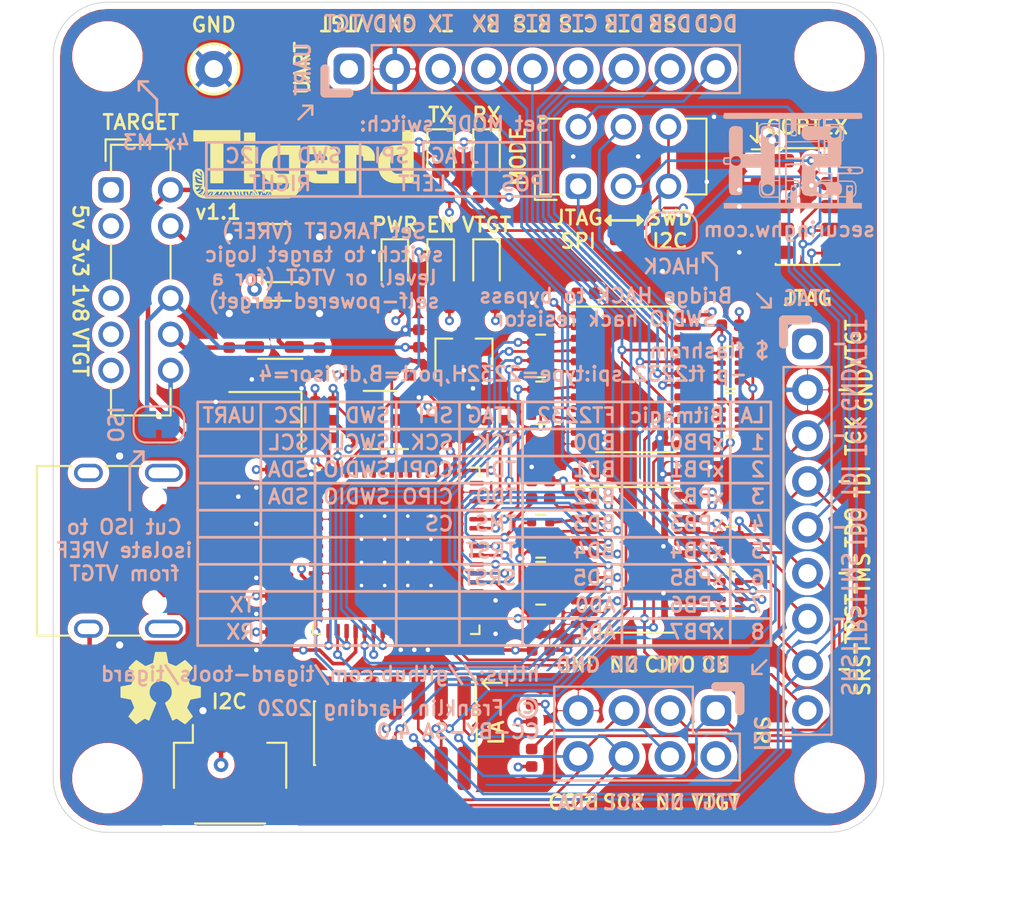
<source format=kicad_pcb>
(kicad_pcb (version 20221018) (generator pcbnew)
  (title_block (title "GooSe") (date "2023-09-26") (rev "v2.0") (company "Google LLC") (comment 1 "Copyright Patrick Kiley 2023") (comment 2 "Licensed under CC-BY-SA 4.0"))
  (layers (0 "F.Cu" signal) (1 "In1.Cu" power "GND") (2 "In2.Cu" power "PWR") (31 "B.Cu" signal) (34 "B.Paste" user) (35 "F.Paste" user) (36 "B.SilkS" user "B.Silkscreen") (37 "F.SilkS" user "F.Silkscreen") (38 "B.Mask" user) (39 "F.Mask" user) (44 "Edge.Cuts" user))
  (net 0 "")
  (net 1 "GND")
  (net 2 "+5V")
  (net 3 "+1V8")
  (net 4 "+3V3")
  (net 5 "/VPHY")
  (net 6 "/VPLL")
  (net 7 "Net-(C23-Pad1)")
  (net 8 "Net-(C24-Pad1)")
  (net 9 "Net-(D1-Pad2)")
  (net 10 "Net-(D2-Pad1)")
  (net 11 "Net-(D2-Pad2)")
  (net 12 "Net-(D3-Pad2)")
  (net 13 "/RXLED")
  (net 14 "/TXLED")
  (net 15 "Net-(D4-Pad2)")
  (net 16 "/~{ENABLE}")
  (net 17 "Net-(D5-Pad2)")
  (net 18 "/CLK")
  (net 19 "/DI")
  (net 20 "/USB_DP")
  (net 21 "Net-(J1-PadB5)")
  (net 22 "/USB_DN")
  (net 23 "Net-(J1-PadA5)")
  (net 24 "/CS")
  (net 25 "/UART_TX")
  (net 26 "/~{UART_RTS}")
  (net 27 "/~{UART_CTS}")
  (net 28 "/~{UART_DTR}")
  (net 29 "/~{UART_DSR}")
  (net 30 "/~{UART_DCD}")
  (net 31 "Net-(J4-Pad4)")
  (net 32 "Net-(J4-Pad5)")
  (net 33 "Net-(R6-Pad2)")
  (net 34 "Net-(R7-Pad2)")
  (net 35 "/EECS")
  (net 36 "Net-(R13-Pad2)")
  (net 37 "/EECLK")
  (net 38 "/EEDATA")
  (net 39 "Net-(R18-Pad2)")
  (net 40 "Net-(R19-Pad1)")
  (net 41 "/BD0")
  (net 42 "/AD4")
  (net 43 "/AD0")
  (net 44 "/AD2")
  (net 45 "/BD3")
  (net 46 "/BD1")
  (net 47 "/BD4")
  (net 48 "/BD5")
  (net 49 "Net-(RN3-Pad1)")
  (net 50 "Net-(RN3-Pad3)")
  (net 51 "Net-(RN3-Pad2)")
  (net 52 "Net-(RN3-Pad4)")
  (net 53 "Net-(RN4-Pad4)")
  (net 54 "Net-(RN4-Pad2)")
  (net 55 "Net-(RN4-Pad3)")
  (net 56 "Net-(RN4-Pad1)")
  (net 57 "/AD1")
  (net 58 "/AD5")
  (net 59 "/AD3")
  (net 60 "/AD6")
  (net 61 "Net-(RN5-Pad7)")
  (net 62 "Net-(RN5-Pad8)")
  (net 63 "Net-(RN5-Pad6)")
  (net 64 "Net-(RN5-Pad5)")
  (net 65 "Net-(RN6-Pad5)")
  (net 66 "Net-(RN6-Pad6)")
  (net 67 "Net-(RN6-Pad8)")
  (net 68 "Net-(RN6-Pad7)")
  (net 69 "/BD2")
  (net 70 "Net-(RN8-Pad4)")
  (net 71 "Net-(RN8-Pad3)")
  (net 72 "Net-(C25-Pad2)")
  (net 73 "/VBUS")
  (net 74 "/CORTEX_PIN2")
  (net 75 "/SWDIO")
  (net 76 "/xPB5")
  (net 77 "/xPB4")
  (net 78 "/CIPO")
  (net 79 "/COPI")
  (net 80 "VREF")
  (net 81 "VTARGET")
  (net 82 "/ICE_CDONE")
  (net 83 "/BD7")
  (net 84 "/BD6")
  (net 85 "VREG")
  (footprint "MountingHole:MountingHole_3.2mm_M3_ISO7380" (layer "F.Cu") (at 73 73)
    (fp_text reference "H4" hide)
    (fp_text value "MountingHole")
  )
  (footprint "MountingHole:MountingHole_3.2mm_M3_ISO7380" (layer "F.Cu") (at 33 73)
    (fp_text reference "H3" hide)
    (fp_text value "MountingHole")
  )
  (footprint "MountingHole:MountingHole_3.2mm_M3_ISO7380" (layer "F.Cu") (at 73 33)
    (fp_text reference "H2" hide)
    (fp_text value "MountingHole")
  )
  (footprint "MountingHole:MountingHole_3.2mm_M3_ISO7380" (layer "F.Cu") (at 33 33)
    (fp_text reference "H1" hide)
    (fp_text value "MountingHole")
  )
  (footprint "Package_SO:TSSOP-24_4.4x7.8mm_P0.65mm" (layer "F.Cu") (at 62.27 60.9)
    (fp_text reference "U5")
    (fp_text value "SN74LVC8T245")
  )
  (footprint "tigard:PinHeader_2x07_P1.27mm_Vertical_SMD" (layer "F.Cu") (at 48.95 70.51 -90)
    (fp_text reference "J6")
    (fp_text value "LA")
  )
  (footprint "LED_SMD:LED_0603_1608Metric" (layer "F.Cu") (at 54 38.526 -90)
    (fp_text reference "D3")
    (fp_text value "GREEN")
  )
  (footprint "Capacitor_SMD:C_0402_1005Metric" (layer "F.Cu") (at 39.75 48.65 90)
    (fp_text reference "C2")
    (fp_text value "2u2")
  )
  (footprint "Capacitor_SMD:C_0402_1005Metric" (layer "F.Cu") (at 40.25 56.15 -90)
    (fp_text reference "C26")
    (fp_text value "100n")
  )
  (footprint "Capacitor_SMD:C_0402_1005Metric" (layer "F.Cu") (at 32.515 68.15 180)
    (fp_text reference "C25")
    (fp_text value "NF")
  )
  (footprint "tigard:PinHeader_1x09_P2.54mm_Vertical" (layer "F.Cu") (at 46.38 33.7 90)
    (fp_text reference "J3")
    (fp_text value "UART")
  )
  (footprint "LED_SMD:LED_0603_1608Metric" (layer "F.Cu") (at 54 44.622 -90)
    (fp_text reference "D2")
    (fp_text value "BLUE")
  )
  (footprint "Capacitor_SMD:C_0402_1005Metric" (layer "F.Cu") (at 57.015 64.15)
    (fp_text reference "C12")
    (fp_text value "100n")
  )
  (footprint "tigard:SW_ALPS_SSSS224100_DP4T" (layer "F.Cu") (at 33.2 40.4 -90)
    (fp_text reference "SW1")
    (fp_text value "TARGET")
  )
  (footprint "tigard:PinHeader_2x05_P1.27mm_Vertical_SMD" (layer "F.Cu") (at 71.78 41.32)
    (fp_text reference "J5" hide)
    (fp_text value "CORTEX")
  )
  (footprint "Capacitor_SMD:C_0402_1005Metric" (layer "F.Cu") (at 44.75 48.65 90)
    (fp_text reference "C1")
    (fp_text value "2u2")
  )
  (footprint "tigard:Crystal_SMD_3225-4Pin_3.2x2.5mm_RoundRect" (layer "F.Cu") (at 41.75 53.25 180)
    (fp_text reference "Y1")
    (fp_text value "12MHz")
  )
  (footprint "Capacitor_SMD:C_0402_1005Metric" (layer "F.Cu") (at 56.5 57.015 90)
    (fp_text reference "C16")
    (fp_text value "100n")
  )
  (footprint "tigard:R_Array_Convex_4x0402_RoundRect" (layer "F.Cu") (at 57 62.2)
    (fp_text reference "RN2")
    (fp_text value "100k")
  )
  (footprint "tigard:R_Array_Convex_4x0402_RoundRect" (layer "F.Cu") (at 67.5 62.85)
    (fp_text reference "RN4")
    (fp_text value "100")
  )
  (footprint "Resistor_SMD:R_0402_1005Metric" (layer "F.Cu") (at 45 52.15)
    (fp_text reference "R12")
    (fp_text value "10k")
  )
  (footprint "Capacitor_SMD:C_0402_1005Metric" (layer "F.Cu") (at 42.515 65.9 180)
    (fp_text reference "C14")
    (fp_text value "100n")
  )
  (footprint "LED_SMD:LED_0603_1608Metric" (layer "F.Cu") (at 48.92 44.622 -90)
    (fp_text reference "D1")
    (fp_text value "YELLOW")
  )
  (footprint "Capacitor_SMD:C_0402_1005Metric" (layer "F.Cu") (at 42.515 63.9 180)
    (fp_text reference "C11")
    (fp_text value "100n")
  )
  (footprint "Resistor_SMD:R_0402_1005Metric" (layer "F.Cu") (at 61.62 43.15)
    (fp_text reference "R16")
    (fp_text value "330")
  )
  (footprint "Resistor_SMD:R_0402_1005Metric" (layer "F.Cu") (at 47.015 50.65)
    (fp_text reference "R14")
    (fp_text value "10k")
  )
  (footprint "Resistor_SMD:R_0402_1005Metric" (layer "F.Cu") (at 32.5 66.9 180)
    (fp_text reference "R3")
    (fp_text value "1M")
  )
  (footprint "Inductor_SMD:L_0402_1005Metric" (layer "F.Cu") (at 39 56.135 -90)
    (fp_text reference "FB3")
    (fp_text value "600R, 0.5A")
  )
  (footprint "tigard:OSHW-Symbol_4.4x4mm_SilkScreen" (layer "F.Cu") (at 35.95 68.01)
    (fp_text reference "LOGO1" hide)
    (fp_text value "Logo_Open_Hardware_Small" hide)
  )
  (footprint "Resistor_SMD:R_0402_1005Metric" (layer "F.Cu") (at 57.015 47.4 180)
    (fp_text reference "R19")
    (fp_text value "10k")
  )
  (footprint "Resistor_SMD:R_0402_1005Metric" (layer "F.Cu") (at 54 46.908 180)
    (fp_text reference "R5")
    (fp_text value "330")
  )
  (footprint "Capacitor_SMD:C_0402_1005Metric" (layer "F.Cu") (at 54 53.635 90)
    (fp_text reference "C9")
    (fp_text value "2u2")
  )
  (footprint "Package_SO:TSSOP-24_4.4x7.8mm_P0.65mm" (layer "F.Cu") (at 62.27 50.9)
    (fp_text reference "U6")
    (fp_text value "SN74LVC8T245")
  )
  (footprint "Resistor_SMD:R_0402_1005Metric" (layer "F.Cu") (at 48.943 46.908 180)
    (fp_text reference "R4")
    (fp_text value "330")
  )
  (footprint "Capacitor_SMD:C_0402_1005Metric" (layer "F.Cu") (at 42.235 50.9 180)
    (fp_text reference "C23")
    (fp_text value "30pF")
  )
  (footprint "tigard:R_Array_Convex_4x0402_RoundRect" (layer "F.Cu") (at 57 59.6)
    (fp_text reference "RN1")
    (fp_text value "100k")
  )
  (footprint "Inductor_SMD:L_0402_1005Metric" (layer "F.Cu") (at 42.515 62.9)
    (fp_text reference "FB2")
    (fp_text value "600R, 0.5A")
  )
  (footprint "tigard:SW_CuK_JS202011CQN_DPDT_Straight" (layer "F.Cu") (at 59.08 40.2)
    (fp_text reference "SW2")
    (fp_text value "MODE")
  )
  (footprint "Resistor_SMD:R_0402_1005Metric" (layer "F.Cu") (at 50.75 53.635 -90)
    (fp_text reference "R13")
    (fp_text value "10k")
  )
  (footprint "tigard:R_Array_Convex_4x0402_RoundRect" (layer "F.Cu") (at 57 49.6)
    (fp_text reference "RN5")
    (fp_text value "100")
  )
  (footprint "tigard:SOT-23-6_RoundRect" (layer "F.Cu") (at 48.1 53.15 180)
    (fp_text reference "U4")
    (fp_text value "93LC46BT-I/OT")
  )
  (footprint "Resistor_SMD:R_0402_1005Metric" (layer "F.Cu") (at 56.5 71.87 -90)
    (fp_text reference "R20")
    (fp_text value "10k")
  )
  (footprint "Capacitor_SMD:C_0402_1005Metric" (layer "F.Cu") (at 44.75 44.4 90)
    (fp_text reference "C3")
    (fp_text value "2u2")
  )
  (footprint "Resistor_SMD:R_0402_1005Metric" (layer "F.Cu") (at 51.46 46.908)
    (fp_text reference "R11")
    (fp_text value "330")
  )
  (footprint "Capacitor_SMD:C_0402_1005Metric" (layer "F.Cu") (at 59.485 46.135)
    (fp_text reference "C19")
    (fp_text value "100n")
  )
  (footprint "tigard:SOT-23-5_RoundRect" (layer "F.Cu") (at 42.25 48.15 180)
    (fp_text reference "U1")
    (fp_text value "AP7365-18")
  )
  (footprint "tigard:R_Array_Convex_4x0402_RoundRect" (layer "F.Cu") (at 67.5 60.25)
    (fp_text reference "RN3")
    (fp_text value "100")
  )
  (footprint "Capacitor_SMD:C_0402_1005Metric" (layer "F.Cu") (at 45.5 53.65 -90)
    (fp_text reference "C18")
    (fp_text value "100n")
  )
  (footprint "Resistor_SMD:R_0402_1005Metric" (layer "F.Cu") (at 39 62.415 -90)
    (fp_text reference "R2" hide)
    (fp_text value "5k1")
  )
  (footprint "Capacitor_SMD:C_0402_1005Metric" (layer "F.Cu") (at 42.515 56.9 180)
    (fp_text reference "C6")
    (fp_text value "2u2")
  )
  (footprint "Capacitor_SMD:C_0402_1005Metric" (layer "F.Cu") (at 52 53.635 90)
    (fp_text reference "C17")
    (fp_text value "100n")
  )
  (footprint "tigard:USB_C_Receptacle_HRO_TYPE-C-31-M-12" (layer "F.Cu") (at 33 60.4 -90)
    (fp_text reference "J1")
    (fp_text value "USB_C_Receptacle_USB2.0")
  )
  (footprint "Resistor_SMD:R_0402_1005Metric" (layer "F.Cu") (at 39 58.4 -90)
    (fp_text reference "R1")
    (fp_text value "5k1")
  )
  (footprint "tigard:PinHeader_2x04_P2.54mm_Vertical" (layer "F.Cu") (at 66.7 69.26 -90)
    (fp_text reference "J4")
    (fp_text value "SPI")
  )
  (footprint "Resistor_SMD:R_0402_1005Metric" (layer "F.Cu") (at 57.5 57.015 -90)
    (fp_text reference "R18")
    (fp_text value "10k")
  )
  (footprint "Resistor_SMD:R_0402_1005Metric" (layer "F.Cu") (at 42.515 58.9)
    (fp_text reference "R6")
    (fp_text value "12k, 1%")
  )
  (footprint "Resistor_SMD:R_0402_1005Metric" (layer "F.Cu") (at 51.46 40.812)
    (fp_text reference "R9")
    (fp_text value "330")
  )
  (footprint "tigard:SOT-23_RoundRect" (layer "F.Cu") (at 52.75 49.4 90)
    (fp_text reference "Q1")
    (fp_text value "BSH103")
  )
  (footprint "Resistor_SMD:R_0402_1005Metric" (layer "F.Cu") (at 56.5 69.385 90)
    (fp_text reference "R21")
    (fp_text value "10k")
  )
  (footprint "Resistor_SMD:R_0402_1005Metric" (layer "F.Cu") (at 49.235 50.65)
    (fp_text reference "R15")
    (fp_text value "2.2k")
  )
  (footprint "Resistor_SMD:R_0402_1005Metric" (layer "F.Cu") (at 67.515 47.9 180)
    (fp_text reference "R10")
    (fp_text value "10k")
  )
  (footprint "Capacitor_SMD:C_0402_1005Metric" (layer "F.Cu") (at 59.515 56.135)
    (fp_text reference "C20")
    (fp_text value "100n")
  )
  (footprint "Capacitor_SMD:C_0402_1005Metric" (layer "F.Cu") (at 42.515 57.9 180)
    (fp_text reference "C5")
    (fp_text value "100n")
  )
  (footprint "Resistor_SMD:R_0402_1005Metric" (layer "F.Cu") (at 42.515 64.9)
    (fp_text reference "R7")
    (fp_text value "10k")
  )
  (footprint "Resistor_SMD:R_0402_1005Metric" (layer "F.Cu") (at 54.023 40.812)
    (fp_text reference "R8")
    (fp_text value "330")
  )
  (footprint "tigard:SOT-23-5_RoundRect" (layer "F.Cu") (at 42.25 43.9 180)
    (fp_text reference "U2")
    (fp_text value "AP7365-33")
  )
  (footprint "tigard:R_Array_Convex_4x0402_RoundRect" (layer "F.Cu") (at 67.5 50.25)
    (fp_text reference "RN7")
    (fp_text value "100k")
  )
  (footprint "Capacitor_SMD:C_0402_1005Metric" (layer "F.Cu") (at 42.515 61.9 180)
    (fp_text reference "C7")
    (fp_text value "2u2")
  )
  (footprint "Capacitor_SMD:C_0402_1005Metric" (layer "F.Cu") (at 42.515 60.9 180)
    (fp_text reference "C8")
    (fp_text value "100n")
  )
  (footprint "Inductor_SMD:L_0402_1005Metric" (layer "F.Cu") (at 42.515 55.9)
    (fp_text reference "FB1")
    (fp_text value "600R, 0.5A")
  )
  (footprint "Capacitor_SMD:C_0402_1005Metric" (layer "F.Cu") (at 57.015 65.9)
    (fp_text reference "C15")
    (fp_text value "100n")
  )
  (footprint "tigard:R_Array_Convex_4x0402_RoundRect" (layer "F.Cu") (at 67.5 52.85)
    (fp_text reference "RN8")
    (fp_text value "100k")
  )
  (footprint "tigard:R_Array_Convex_4x0402_RoundRect" (layer "F.Cu") (at 57 52.2)
    (fp_text reference "RN6")
    (fp_text value "100")
  )
  (footprint "Resistor_SMD:R_0402_1005Metric" (layer "F.Cu") (at 65.015 44.9 180)
    (fp_text reference "R17")
    (fp_text value "1M")
  )
  (footprint "Capacitor_SMD:C_0402_1005Metric" (layer "F.Cu") (at 44.5 53.65 90)
    (fp_text reference "C13")
    (fp_text value "100n")
  )
  (footprint "LED_SMD:LED_0603_1608Metric" (layer "F.Cu") (at 51.46 38.526 -90)
    (fp_text reference "D4")
    (fp_text value "YELLOW")
  )
  (footprint "LED_SMD:LED_0603_1608Metric" (layer "F.Cu") (at 51.46 44.622 -90)
    (fp_text reference "D5")
    (fp_text value "GREEN")
  )
  (footprint "Capacitor_SMD:C_0402_1005Metric" (layer "F.Cu") (at 53 53.635 90)
    (fp_text reference "C10")
    (fp_text value "2u2")
  )
  (footprint "Capacitor_SMD:C_0402_1005Metric" (layer "F.Cu") (at 39.75 44.385 90)
    (fp_text reference "C4")
    (fp_text value "2u2")
  )
  (footprint "Package_DFN_QFN:QFN-64-1EP_9x9mm_P0.5mm_EP4.35x4.35mm_ThermalVias" (layer "F.Cu") (at 49 60.4)
    (fp_text reference "U3")
    (fp_text value "FT2232HQ")
  )
  (footprint "Capacitor_SMD:C_0402_1005Metric" (layer "F.Cu") (at 64.985 56.15 180)
    (fp_text reference "C22")
    (fp_text value "100n")
  )
  (footprint "Capacitor_SMD:C_0402_1005Metric" (layer "F.Cu") (at 39 53.635 90)
    (fp_text reference "C24")
    (fp_text value "30pF")
  )
  (footprint "Resistor_SMD:R_0402_1005Metric" (layer "F.Cu") (at 50.25 48.635 -90)
    (fp_text reference "R24" hide)
    (fp_text value "10k")
  )
  (footprint "Capacitor_SMD:C_0402_1005Metric" (layer "F.Cu") (at 65.015 46.135 180)
    (fp_text reference "C21")
    (fp_text value "100n")
  )
  (footprint "Connector_JST:JST_SH_SM04B-SRSS-TB_1x04-1MP_P1.00mm_Horizontal" (layer "F.Cu") (at 39.795 72.825)
    (fp_text reference "J7" hide)
    (fp_text value "I2C")
  )
  (footprint "TestPoint:TestPoint_Keystone_5000-5004_Miniature" (layer "F.Cu") (at 38.89 33.7 180)
    (fp_text reference "TP1")
    (fp_text value "GND")
  )
  (footprint "tigard:PinHeader_1x09_P2.54mm_Vertical" (layer "F.Cu") (at 71.78 48.94)
    (fp_text reference "J2")
    (fp_text value "JTAG")
  )
  (footprint "Resistor_SMD:R_0402_1005Metric" (layer "F.Cu") (at 55 53.65 -90)
    (fp_text reference "R22")
    (fp_text value "2k2")
  )
  (footprint "tigard:Tigard_Logo" (layer "F.Cu") (at 43.84 38.9832)
    (fp_text reference "G***" hide)
    (fp_text value "LOGO" hide)
  )
  (footprint "tigard:Securing_Hardware_Logo" (layer "B.Cu") (at 71.018 38.78 180)
    (fp_text reference "LOGO2")
    (fp_text value "Logo_SH")
  )
  (footprint "Jumper:SolderJumper-2_P1.3mm_Bridged_RoundedPad1.0x1.5mm" (layer "B.Cu") (at 35.85 53.4 180)
    (fp_text reference "JP1")
    (fp_text value "ISO")
  )
  (footprint "Jumper:SolderJumper-2_P1.3mm_Open_RoundedPad1.0x1.5mm" (layer "B.Cu") (at 64.25 42.65 180)
    (fp_text reference "JP2")
    (fp_text value "HACK")
  )
  (gr_line (start 69.75 53.65) (end 69.75 65.65) (stroke (width 0.15)) (layer "B.SilkS"))
  (gr_line (start 67.5 53.65) (end 67.5 65.65) (stroke (width 0.15)) (layer "B.SilkS"))
  (gr_line (start 68 65.65) (end 69.75 65.65) (stroke (width 0.15)) (layer "B.SilkS"))
  (gr_line (start 69.75 64.15) (end 68 64.15) (stroke (width 0.15)) (layer "B.SilkS"))
  (gr_line (start 69.75 62.65) (end 68 62.65) (stroke (width 0.15)) (layer "B.SilkS"))
  (gr_line (start 69.75 61.15) (end 68 61.15) (stroke (width 0.15)) (layer "B.SilkS"))
  (gr_line (start 69.75 59.65) (end 68 59.65) (stroke (width 0.15)) (layer "B.SilkS"))
  (gr_line (start 69.75 58.15) (end 68 58.15) (stroke (width 0.15)) (layer "B.SilkS"))
  (gr_line (start 69.75 56.65) (end 68 56.65) (stroke (width 0.15)) (layer "B.SilkS"))
  (gr_line (start 69.75 55.15) (end 68 55.15) (stroke (width 0.15)) (layer "B.SilkS"))
  (gr_line (start 67.5 55.15) (end 62 55.15) (stroke (width 0.15)) (layer "B.SilkS"))
  (gr_line (start 61.5 55.15) (end 61.5 53.65) (stroke (width 0.15)) (layer "B.SilkS"))
  (gr_line (start 56 53.65) (end 56 55.15) (stroke (width 0.15)) (layer "B.SilkS"))
  (gr_line (start 56 55.15) (end 61.5 55.15) (stroke (width 0.15)) (layer "B.SilkS"))
  (gr_line (start 53.5 52.15) (end 53 52.15) (stroke (width 0.15)) (layer "B.SilkS"))
  (gr_line (start 53 53.65) (end 53.5 53.65) (stroke (width 0.15)) (layer "B.SilkS"))
  (gr_line (start 46 52.15) (end 44.5 52.15) (stroke (width 0.15)) (layer "B.SilkS"))
  (gr_line (start 46 53.65) (end 44.5 53.65) (stroke (width 0.15)) (layer "B.SilkS"))
  (gr_line (start 56 55.15) (end 53 55.15) (stroke (width 0.15)) (layer "B.SilkS"))
  (gr_line (start 52.5 55.15) (end 52.5 53.65) (stroke (width 0.15)) (layer "B.SilkS"))
  (gr_line (start 49 53.65) (end 49 55.15) (stroke (width 0.15)) (layer "B.SilkS"))
  (gr_line (start 49.5 55.15) (end 52.5 55.15) (stroke (width 0.15)) (layer "B.SilkS"))
  (gr_line (start 48.75 55.15) (end 44.5 55.15) (stroke (width 0.15)) (layer "B.SilkS"))
  (gr_line (start 44.5 55.15) (end 44.5 53.65) (stroke (width 0.15)) (layer "B.SilkS"))
  (gr_line (start 41.5 53.65) (end 41.5 55.15) (stroke (width 0.15)) (layer "B.SilkS"))
  (gr_line (start 42 55.15) (end 44.5 55.15) (stroke (width 0.15)) (layer "B.SilkS"))
  (gr_line (start 41.5 55.15) (end 38 55.15) (stroke (width 0.15)) (layer "B.SilkS"))
  (gr_line (start 38 55.15) (end 38 53.65) (stroke (width 0.15)) (layer "B.SilkS"))
  (gr_line (start 61.5 55.15) (end 61.5 65.65) (stroke (width 0.15)) (layer "B.SilkS"))
  (gr_line (start 62 65.65) (end 67.5 65.65) (stroke (width 0.15)) (layer "B.SilkS"))
  (gr_line (start 67.5 64.15) (end 62 64.15) (stroke (width 0.15)) (layer "B.SilkS"))
  (gr_line (start 67.5 62.65) (end 62 62.65) (stroke (width 0.15)) (layer "B.SilkS"))
  (gr_line (start 67.5 61.15) (end 62 61.15) (stroke (width 0.15)) (layer "B.SilkS"))
  (gr_line (start 67.5 59.65) (end 62 59.65) (stroke (width 0.15)) (layer "B.SilkS"))
  (gr_line (start 67.5 58.15) (end 62 58.15) (stroke (width 0.15)) (layer "B.SilkS"))
  (gr_line (start 67.5 56.65) (end 62 56.65) (stroke (width 0.15)) (layer "B.SilkS"))
  (gr_line (start 61.5 56.65) (end 56 56.65) (stroke (width 0.15)) (layer "B.SilkS"))
  (gr_line (start 56 56.65) (end 56 55.15) (stroke (width 0.15)) (layer "B.SilkS"))
  (gr_line (start 61.5 58.15) (end 56 58.15) (stroke (width 0.15)) (layer "B.SilkS"))
  (gr_line (start 56 58.15) (end 56 56.65) (stroke (width 0.15)) (layer "B.SilkS"))
  (gr_line (start 61.5 59.65) (end 56 59.65) (stroke (width 0.15)) (layer "B.SilkS"))
  (gr_line (start 56 59.65) (end 56 58.15) (stroke (width 0.15)) (layer "B.SilkS"))
  (gr_line (start 61.5 61.15) (end 56 61.15) (stroke (width 0.15)) (layer "B.SilkS"))
  (gr_line (start 56 61.15) (end 56 59.65) (stroke (width 0.15)) (layer "B.SilkS"))
  (gr_line (start 61.5 62.65) (end 56 62.65) (stroke (width 0.15)) (layer "B.SilkS"))
  (gr_line (start 56 62.65) (end 56 61.15) (stroke (width 0.15)) (layer "B.SilkS"))
  (gr_line (start 61.5 64.15) (end 56 64.15) (stroke (width 0.15)) (layer "B.SilkS"))
  (gr_line (start 56 64.15) (end 56 62.65) (stroke (width 0.15)) (layer "B.SilkS"))
  (gr_line (start 61.5 65.65) (end 56 65.65) (stroke (width 0.15)) (layer "B.SilkS"))
  (gr_line (start 56 65.65) (end 56 64.15) (stroke (width 0.15)) (layer "B.SilkS"))
  (gr_line (start 56 56.65) (end 53 56.65) (stroke (width 0.15)) (layer "B.SilkS"))
  (gr_line (start 52.5 56.65) (end 52.5 55.15) (stroke (width 0.15)) (layer "B.SilkS"))
  (gr_line (start 56 58.15) (end 53 58.15) (stroke (width 0.15)) (layer "B.SilkS"))
  (gr_line (start 52.5 58.15) (end 52.5 56.65) (stroke (width 0.15)) (layer "B.SilkS"))
  (gr_line (start 56 59.65) (end 53 59.65) (stroke (width 0.15)) (layer "B.SilkS"))
  (gr_line (start 52.5 59.65) (end 52.5 58.15) (stroke (width 0.15)) (layer "B.SilkS"))
  (gr_line (start 56 61.15) (end 53 61.15) (stroke (width 0.15)) (layer "B.SilkS"))
  (gr_line (start 52.5 61.15) (end 52.5 59.65) (stroke (width 0.15)) (layer "B.SilkS"))
  (gr_line (start 56 62.65) (end 53 62.65) (stroke (width 0.15)) (layer "B.SilkS"))
  (gr_line (start 52.5 61.15) (end 52.5 62.65) (stroke (width 0.15)) (layer "B.SilkS"))
  (gr_line (start 56 64.15) (end 53 64.15) (stroke (width 0.15)) (layer "B.SilkS"))
  (gr_line (start 52.5 64.15) (end 52.5 62.65) (stroke (width 0.15)) (layer "B.SilkS"))
  (gr_line (start 56 65.65) (end 53 65.65) (stroke (width 0.15)) (layer "B.SilkS"))
  (gr_line (start 52.5 65.65) (end 52.5 64.15) (stroke (width 0.15)) (layer "B.SilkS"))
  (gr_line (start 52.5 56.65) (end 49.5 56.65) (stroke (width 0.15)) (layer "B.SilkS"))
  (gr_line (start 49 56.65) (end 49 55.15) (stroke (width 0.15)) (layer "B.SilkS"))
  (gr_line (start 52.5 58.15) (end 49.5 58.15) (stroke (width 0.15)) (layer "B.SilkS"))
  (gr_line (start 49 58.15) (end 49 56.65) (stroke (width 0.15)) (layer "B.SilkS"))
  (gr_line (start 52.5 59.65) (end 49.5 59.65) (stroke (width 0.15)) (layer "B.SilkS"))
  (gr_line (start 49 59.65) (end 49 58.15) (stroke (width 0.15)) (layer "B.SilkS"))
  (gr_line (start 52.5 61.15) (end 49.5 61.15) (stroke (width 0.15)) (layer "B.SilkS"))
  (gr_line (start 49 61.15) (end 49 59.65) (stroke (width 0.15)) (layer "B.SilkS"))
  (gr_line (start 52.5 62.65) (end 49.5 62.65) (stroke (width 0.15)) (layer "B.SilkS"))
  (gr_line (start 49 62.65) (end 49 61.15) (stroke (width 0.15)) (layer "B.SilkS"))
  (gr_line (start 52.5 64.15) (end 49.5 64.15) (stroke (width 0.15)) (layer "B.SilkS"))
  (gr_line (start 49 64.15) (end 49 62.65) (stroke (width 0.15)) (layer "B.SilkS"))
  (gr_line (start 52.5 65.65) (end 49.5 65.65) (stroke (width 0.15)) (layer "B.SilkS"))
  (gr_line (start 49 65.65) (end 49 64.15) (stroke (width 0.15)) (layer "B.SilkS"))
  (gr_line (start 49 56.65) (end 44.5 56.65) (stroke (width 0.15)) (layer "B.SilkS"))
  (gr_line (start 44.5 56.65) (end 44.5 55.15) (stroke (width 0.15)) (layer "B.SilkS"))
  (gr_line (start 49 58.15) (end 44.5 58.15) (stroke (width 0.15)) (layer "B.SilkS"))
  (gr_line (start 44.5 56.65) (end 44.5 58.15) (stroke (width 0.15)) (layer "B.SilkS"))
  (gr_line (start 49 59.65) (end 44.5 59.65) (stroke (width 0.15)) (layer "B.SilkS"))
  (gr_line (start 44.5 59.65) (end 44.5 58.15) (stroke (width 0.15)) (layer "B.SilkS"))
  (gr_line (start 49 61.15) (end 44.5 61.15) (stroke (width 0.15)) (layer "B.SilkS"))
  (gr_line (start 44.5 61.15) (end 44.5 59.65) (stroke (width 0.15)) (layer "B.SilkS"))
  (gr_line (start 49 62.65) (end 44.5 62.65) (stroke (width 0.15)) (layer "B.SilkS"))
  (gr_line (start 44.5 62.65) (end 44.5 61.15) (stroke (width 0.15)) (layer "B.SilkS"))
  (gr_line (start 49 64.15) (end 44.5 64.15) (stroke (width 0.15)) (layer "B.SilkS"))
  (gr_line (start 44.5 64.15) (end 44.5 62.65) (stroke (width 0.15)) (layer "B.SilkS"))
  (gr_line (start 49 65.65) (end 44.5 65.65) (stroke (width 0.15)) (layer "B.SilkS"))
  (gr_line (start 44.5 65.65) (end 44.5 64.15) (stroke (width 0.15)) (layer "B.SilkS"))
  (gr_line (start 44.5 56.65) (end 42 56.65) (stroke (width 0.15)) (layer "B.SilkS"))
  (gr_line (start 41.5 56.65) (end 41.5 55.15) (stroke (width 0.15)) (layer "B.SilkS"))
  (gr_line (start 41.5 56.65) (end 38 56.65) (stroke (width 0.15)) (layer "B.SilkS"))
  (gr_line (start 38 56.65) (end 38 55.15) (stroke (width 0.15)) (layer "B.SilkS"))
  (gr_line (start 44.5 58.15) (end 42 58.15) (stroke (width 0.15)) (layer "B.SilkS"))
  (gr_line (start 41.5 58.15) (end 41.5 56.65) (stroke (width 0.15)) (layer "B.SilkS"))
  (gr_line (start 41.5 58.15) (end 38 58.15) (stroke (width 0.15)) (layer "B.SilkS"))
  (gr_line (start 38 58.15) (end 38 56.65) (stroke (width 0.15)) (layer "B.SilkS"))
  (gr_line (start 44.5 59.65) (end 42 59.65) (stroke (width 0.15)) (layer "B.SilkS"))
  (gr_line (start 41.5 59.65) (end 41.5 58.15) (stroke (width 0.15)) (layer "B.SilkS"))
  (gr_line (start 41.5 59.65) (end 38 59.65) (stroke (width 0.15)) (layer "B.SilkS"))
  (gr_line (start 38 59.65) (end 38 58.15) (stroke (width 0.15)) (layer "B.SilkS"))
  (gr_line (start 44.5 61.15) (end 42 61.15) (stroke (width 0.15)) (layer "B.SilkS"))
  (gr_line (start 41.5 61.15) (end 41.5 59.65) (stroke (width 0.15)) (layer "B.SilkS"))
  (gr_line (start 41.5 61.15) (end 38 61.15) (stroke (width 0.15)) (layer "B.SilkS"))
  (gr_line (start 38 61.15) (end 38 59.65) (stroke (width 0.15)) (layer "B.SilkS"))
  (gr_line (start 44.5 62.65) (end 42 62.65) (stroke (width 0.15)) (layer "B.SilkS"))
  (gr_line (start 41.5 62.65) (end 41.5 61.15) (stroke (width 0.15)) (layer "B.SilkS"))
  (gr_line (start 41.5 62.65) (end 38 62.65) (stroke (width 0.15)) (layer "B.SilkS"))
  (gr_line (start 38 62.65) (end 38 61.15) (stroke (width 0.15)) (layer "B.SilkS"))
  (gr_line (start 44.5 64.15) (end 42 64.15) (stroke (width 0.15)) (layer "B.SilkS"))
  (gr_line (start 41.5 64.15) (end 41.5 62.65) (stroke (width 0.15)) (layer "B.SilkS"))
  (gr_line (start 41.5 64.15) (end 38 64.15) (stroke (width 0.15)) (layer "B.SilkS"))
  (gr_line (start 38 64.15) (end 38 62.65) (stroke (width 0.15)) (layer "B.SilkS"))
  (gr_line (start 44.5 65.65) (end 42 65.65) (stroke (width 0.15)) (layer "B.SilkS"))
  (gr_line (start 41.5 65.65) (end 41.5 64.15) (stroke (width 0.15)) (layer "B.SilkS"))
  (gr_line (start 41.5 65.65) (end 38 65.65) (stroke (width 0.15)) (layer "B.SilkS"))
  (gr_line (start 38 65.65) (end 38 64.15) (stroke (width 0.15)) (layer "B.SilkS"))
  (gr_line (start 53 52.15) (end 52.5 52.15) (stroke (width 0.15)) (layer "B.SilkS"))
  (gr_line (start 53 53.65) (end 52.5 53.65) (stroke (width 0.15)) (layer "B.SilkS"))
  (gr_line (start 53 55.15) (end 52.5 55.15) (stroke (width 0.15)) (layer "B.SilkS"))
  (gr_line (start 53 56.65) (end 52.5 56.65) (stroke (width 0.15)) (layer "B.SilkS"))
  (gr_line (start 53 58.15) (end 52.5 58.15) (stroke (width 0.15)) (layer "B.SilkS"))
  (gr_line (start 53 59.65) (end 52.5 59.65) (stroke (width 0.15)) (layer "B.SilkS"))
  (gr_line (start 53 61.15) (end 52.5 61.15) (stroke (width 0.15)) (layer "B.SilkS"))
  (gr_line (start 53 62.65) (end 52.5 62.65) (stroke (width 0.15)) (layer "B.SilkS"))
  (gr_line (start 53 64.15) (end 52.5 64.15) (stroke (width 0.15)) (layer "B.SilkS"))
  (gr_line (start 53 65.65) (end 52.5 65.65) (stroke (width 0.15)) (layer "B.SilkS"))
  (gr_line (start 49.5 52.15) (end 49 52.15) (stroke (width 0.15)) (layer "B.SilkS"))
  (gr_line (start 49 53.65) (end 49.5 53.65) (stroke (width 0.15)) (layer "B.SilkS"))
  (gr_line (start 49.5 55.15) (end 49 55.15) (stroke (width 0.15)) (layer "B.SilkS"))
  (gr_line (start 49 56.65) (end 49.5 56.65) (stroke (width 0.15)) (layer "B.SilkS"))
  (gr_line (start 49.5 58.15) (end 49 58.15) (stroke (width 0.15)) (layer "B.SilkS"))
  (gr_line (start 49.5 59.65) (end 49 59.65) (stroke (width 0.15)) (layer "B.SilkS"))
  (gr_line (start 49.5 61.15) (end 49 61.15) (stroke (width 0.15)) (layer "B.SilkS"))
  (gr_line (start 49.5 62.65) (end 49 62.65) (stroke (width 0.15)) (layer "B.SilkS"))
  (gr_line (start 49.5 64.15) (end 49 64.15) (stroke (width 0.15)) (layer "B.SilkS"))
  (gr_line (start 49.5 65.65) (end 49 65.65) (stroke (width 0.15)) (layer "B.SilkS"))
  (gr_line (start 41.5 52.15) (end 42 52.15) (stroke (width 0.15)) (layer "B.SilkS"))
  (gr_line (start 42 53.65) (end 41.5 53.65) (stroke (width 0.15)) (layer "B.SilkS"))
  (gr_line (start 41.5 55.15) (end 42 55.15) (stroke (width 0.15)) (layer "B.SilkS"))
  (gr_line (start 42 56.65) (end 41.5 56.65) (stroke (width 0.15)) (layer "B.SilkS"))
  (gr_line (start 42 58.15) (end 41.5 58.15) (stroke (width 0.15)) (layer "B.SilkS"))
  (gr_line (start 41.5 59.65) (end 42 59.65) (stroke (width 0.15)) (layer "B.SilkS"))
  (gr_line (start 42 61.15) (end 41.5 61.15) (stroke (width 0.15)) (layer "B.SilkS"))
  (gr_line (start 41.5 62.65) (end 42 62.65) (stroke (width 0.15)) (layer "B.SilkS"))
  (gr_line (start 42 64.15) (end 41.5 64.15) (stroke (width 0.15)) (layer "B.SilkS"))
  (gr_line (start 41.5 65.65) (end 42 65.65) (stroke (width 0.15)) (layer "B.SilkS"))
  (gr_line (start 48.75 55.15) (end 49 55.15) (stroke (width 0.15)) (layer "B.SilkS"))
  (gr_line (start 38.984 37.764) (end 40 37.764) (stroke (width 0.15)) (layer "B.SilkS"))
  (gr_line (start 73.304 64.18) (end 73.812 64.18) (stroke (width 0.15)) (layer "B.SilkS"))
  (gr_line (start 73.304 59.1) (end 73.812 59.1) (stroke (width 0.15)) (layer "B.SilkS"))
  (gr_line (start 73.304 54.02) (end 73.812 54.02) (stroke (width 0.15)) (layer "B.SilkS"))
  (gr_line (start 73.304 48.94) (end 73.812 48.94) (stroke (width 0.15)) (layer "B.SilkS"))
  (gr_line (start 69.75 52.15) (end 69.75 53.65) (stroke (width 0.15)) (layer "B.SilkS"))
  (gr_line (start 69.75 53.65) (end 68 53.65) (stroke (width 0.15)) (layer "B.SilkS"))
  (gr_line (start 67.5 53.65) (end 67.5 52.15) (stroke (width 0.15)) (layer "B.SilkS"))
  (gr_line (start 68 52.15) (end 69.75 52.15) (stroke (width 0.15)) (layer "B.SilkS"))
  (gr_line (start 67.5 52.15) (end 62 52.15) (stroke (width 0.15)) (layer "B.SilkS"))
  (gr_line (start 61.5 52.15) (end 61.5 53.65) (stroke (width 0.15)) (layer "B.SilkS"))
  (gr_line (start 62 53.65) (end 67.5 53.65) (stroke (width 0.15)) (layer "B.SilkS"))
  (gr_line (start 61.5 52.15) (end 56 52.15) (stroke (width 0.15)) (layer "B.SilkS"))
  (gr_line (start 56 52.15) (end 56 53.65) (stroke (width 0.15)) (layer "B.SilkS"))
  (gr_line (start 56 53.65) (end 61.5 53.65) (stroke (width 0.15)) (layer "B.SilkS"))
  (gr_line (start 56 52.15) (end 53.5 52.15) (stroke (width 0.15)) (layer "B.SilkS"))
  (gr_line (start 52.5 52.15) (end 52.5 53.65) (stroke (width 0.15)) (layer "B.SilkS"))
  (gr_line (start 53.5 53.65) (end 56 53.65) (stroke (width 0.15)) (layer "B.SilkS"))
  (gr_line (start 52.5 52.15) (end 49.5 52.15) (stroke (width 0.15)) (layer "B.SilkS"))
  (gr_line (start 49 52.15) (end 49 53.65) (stroke (width 0.15)) (layer "B.SilkS"))
  (gr_line (start 49.5 53.65) (end 52.5 53.65) (stroke (width 0.15)) (layer "B.SilkS"))
  (gr_line (start 49 52.15) (end 46 52.15) (stroke (width 0.15)) (layer "B.SilkS"))
  (gr_line (start 44.5 52.15) (end 44.5 53.65) (stroke (width 0.15)) (layer "B.SilkS"))
  (gr_line (start 46 53.65) (end 49 53.65) (stroke (width 0.15)) (layer "B.SilkS"))
  (gr_line (start 44.5 52.15) (end 42 52.15) (stroke (width 0.15)) (layer "B.SilkS"))
  (gr_line (start 41.5 52.15) (end 41.5 53.65) (stroke (width 0.15)) (layer "B.SilkS"))
  (gr_line (start 42 53.65) (end 44.5 53.65) (stroke (width 0.15)) (layer "B.SilkS"))
  (gr_line (start 41.5 52.15) (end 38.25 52.15) (stroke (width 0.15)) (layer "B.SilkS"))
  (gr_line (start 38.25 52.15) (end 38 52.15) (stroke (width 0.15)) (layer "B.SilkS"))
  (gr_line (start 38 52.15) (end 38 53.65) (stroke (width 0.15)) (layer "B.SilkS"))
  (gr_line (start 38 53.65) (end 41.5 53.65) (stroke (width 0.15)) (layer "B.SilkS"))
  (gr_line (start 68 52.15) (end 67.5 52.15) (stroke (width 0.15)) (layer "B.SilkS"))
  (gr_line (start 62 52.15) (end 61.5 52.15) (stroke (width 0.15)) (layer "B.SilkS"))
  (gr_line (start 61.5 53.65) (end 62 53.65) (stroke (width 0.15)) (layer "B.SilkS"))
  (gr_line (start 68 53.65) (end 67.5 53.65) (stroke (width 0.15)) (layer "B.SilkS"))
  (gr_line (start 68 55.15) (end 67.5 55.15) (stroke (width 0.15)) (layer "B.SilkS"))
  (gr_line (start 68 56.65) (end 67.5 56.65) (stroke (width 0.15)) (layer "B.SilkS"))
  (gr_line (start 62 55.15) (end 61.5 55.15) (stroke (width 0.15)) (layer "B.SilkS"))
  (gr_line (start 61.5 56.65) (end 62 56.65) (stroke (width 0.15)) (layer "B.SilkS"))
  (gr_line (start 68 58.15) (end 67.5 58.15) (stroke (width 0.15)) (layer "B.SilkS"))
  (gr_line (start 68 59.65) (end 67.5 59.65) (stroke (width 0.15)) (layer "B.SilkS"))
  (gr_line (start 68 61.15) (end 67.5 61.15) (stroke (width 0.15)) (layer "B.SilkS"))
  (gr_line (start 68 62.65) (end 67.5 62.65) (stroke (width 0.15)) (layer "B.SilkS"))
  (gr_line (start 68 64.15) (end 67.5 64.15) (stroke (width 0.15)) (layer "B.SilkS"))
  (gr_line (start 68 65.65) (end 67.5 65.65) (stroke (width 0.15)) (layer "B.SilkS"))
  (gr_line (start 62 58.15) (end 61.5 58.15) (stroke (width 0.15)) (layer "B.SilkS"))
  (gr_line (start 62 59.65) (end 61.5 59.65) (stroke (width 0.15)) (layer "B.SilkS"))
  (gr_line (start 62 61.15) (end 61.5 61.15) (stroke (width 0.15)) (layer "B.SilkS"))
  (gr_line (start 62 62.65) (end 61.5 62.65) (stroke (width 0.15)) (layer "B.SilkS"))
  (gr_line (start 61.5 64.15) (end 62 64.15) (stroke (width 0.15)) (layer "B.SilkS"))
  (gr_line (start 62 65.65) (end 61.5 65.65) (stroke (width 0.15)) (layer "B.SilkS"))
  (gr_line (start 34.242 58.15) (end 34.242 55.65) (stroke (width 0.15)) (layer "B.SilkS"))
  (gr_line (start 34.242 55.65) (end 34.992 54.9) (stroke (width 0.15)) (layer "B.SilkS"))
  (gr_line (start 34.992 54.9) (end 34.992 55.4) (stroke (width 0.15)) (layer "B.SilkS"))
  (gr_line (start 34.992 54.9) (end 34.492 54.9) (stroke (width 0.15)) (layer "B.SilkS"))
  (gr_line (start 35.742 35.392) (end 35.742 36.642) (stroke (width 0.15)) (layer "B.SilkS"))
  (gr_line (start 35.742 35.392) (end 34.742 34.392) (stroke (width 0.15)) (layer "B.SilkS"))
  (gr_line (start 34.742 34.392) (end 35.242 34.392) (stroke (width 0.15)) (layer "B.SilkS"))
  (gr_line (start 34.742 34.392) (end 34.742 34.892) (stroke (width 0.15)) (layer "B.SilkS"))
  (gr_line (start 66.746 44.65) (end 65.996 43.9) (stroke (width 0.15)) (layer "B.SilkS"))
  (gr_line (start 65.996 43.9) (end 66.496 43.9) (stroke (width 0.15)) (layer "B.SilkS"))
  (gr_line (start 65.996 43.9) (end 65.996 44.4) (stroke (width 0.15)) (layer "B.SilkS"))
  (gr_line (start 66.746 44.65) (end 66.746 45.4) (stroke (width 0.15)) (layer "B.SilkS"))
  (gr_line (start 38.484 37.764) (end 38.984 37.764) (stroke (width 0.15)) (layer "B.SilkS"))
  (gr_line (start 47.5 37.764) (end 47 37.764) (stroke (width 0.15)) (layer "B.SilkS"))
  (gr_line (start 51 37.764) (end 50.5 37.764) (stroke (width 0.15)) (layer "B.SilkS"))
  (gr_line (start 44 37.764) (end 42.5 37.764) (stroke (width 0.15)) (layer "B.SilkS"))
  (gr_line (start 51.5 37.764) (end 51 37.764) (stroke (width 0.15)) (layer "B.SilkS"))
  (gr_line (start 38.484 37.764) (end 38.484 39.264) (stroke (width 0.15)) (layer "B.SilkS"))
  (gr_line (start 42.5 37.764) (end 40 37.764) (stroke (width 0.15)) (layer "B.SilkS"))
  (gr_line (start 42.5 37.764) (end 42.5 39.264) (stroke (width 0.15)) (layer "B.SilkS"))
  (gr_line (start 47 37.764) (end 44 37.764) (stroke (width 0.15)) (layer "B.SilkS"))
  (gr_line (start 47 37.764) (end 47 39.264) (stroke (width 0.15)) (layer "B.SilkS"))
  (gr_line (start 50.5 37.764) (end 47.5 37.764) (stroke (width 0.15)) (layer "B.SilkS"))
  (gr_line (start 50.5 37.764) (end 50.5 39.264) (stroke (width 0.15)) (layer "B.SilkS"))
  (gr_line (start 54 37.764) (end 51.5 37.764) (stroke (width 0.15)) (layer "B.SilkS"))
  (gr_line (start 54 37.764) (end 54 39.264) (stroke (width 0.15)) (layer "B.SilkS"))
  (gr_line (start 44 39.264) (end 42.5 39.264) (stroke (width 0.15)) (layer "B.SilkS"))
  (gr_line (start 44 39.264) (end 47 39.264) (stroke (width 0.15)) (layer "B.SilkS"))
  (gr_line (start 51 39.264) (end 50.5 39.264) (stroke (width 0.15)) (layer "B.SilkS"))
  (gr_line (start 51.5 39.264) (end 54 39.264) (stroke (width 0.15)) (layer "B.SilkS"))
  (gr_line (start 40 39.264) (end 42.5 39.264) (stroke (width 0.15)) (layer "B.SilkS"))
  (gr_line (start 38.484 39.264) (end 38.484 40.764) (stroke (width 0.15)) (layer "B.SilkS"))
  (gr_line (start 47.5 39.264) (end 50.5 39.264) (stroke (width 0.15)) (layer "B.SilkS"))
  (gr_line (start 51 39.264) (end 51.5 39.264) (stroke (width 0.15)) (layer "B.SilkS"))
  (gr_line (start 47 39.264) (end 47 40.764) (stroke (width 0.15)) (layer "B.SilkS"))
  (gr_line (start 38.984 39.264) (end 38.484 39.264) (stroke (width 0.15)) (layer "B.SilkS"))
  (gr_line (start 47 39.264) (end 47.5 39.264) (stroke (width 0.15)) (layer "B.SilkS"))
  (gr_line (start 54 39.264) (end 54 40.764) (stroke (width 0.15)) (layer "B.SilkS"))
  (gr_line (start 54 37.764) (end 57.556 37.764) (stroke (width 0.15)) (layer "B.SilkS"))
  (gr_line (start 54 40.764) (end 57.556 40.764) (stroke (width 0.15)) (layer "B.SilkS"))
  (gr_line (start 57.556 40.764) (end 57.556 37.764) (stroke (width 0.15)) (layer "B.SilkS"))
  (gr_line (start 54 39.264) (end 57.556 39.264) (stroke (width 0.15)) (layer "B.SilkS"))
  (gr_line (start 54 40.764) (end 50.5 40.764) (stroke (width 0.15)) (layer "B.SilkS"))
  (gr_line (start 50.5 40.764) (end 47 40.764) (stroke (width 0.15)) (layer "B.SilkS"))
  (gr_line (start 47 40.764) (end 42.5 40.764) (stroke (width 0.15)) (layer "B.SilkS"))
  (gr_line (start 42.5 40.764) (end 39.5 40.764) (stroke (width 0.15)) (layer "B.SilkS"))
  (gr_line (start 38.484 40.764) (end 39.5 40.764) (stroke (width 0.15)) (layer "B.SilkS"))
  (gr_line (start 40 39.264) (end 38.984 39.264) (stroke (width 0.15)) (layer "B.SilkS"))
  (gr_line (start 74.066 66.974) (end 73.558 66.974) (stroke (width 0.15)) (layer "F.SilkS"))
  (gr_line (start 74.066 61.64) (end 73.558 61.64) (stroke (width 0.15)) (layer "F.SilkS"))
  (gr_line (start 74.066 56.56) (end 73.558 56.56) (stroke (width 0.15)) (layer "F.SilkS"))
  (gr_line (start 74.066 51.48) (end 73.558 51.48) (stroke (width 0.15)) (layer "F.SilkS"))
  (gr_line (start 60.604 42.09) (end 62.636 42.09) (stroke (width 0.15)) (layer "F.SilkS"))
  (gr_line (start 62.636 42.09) (end 62.382 41.836) (stroke (width 0.15)) (layer "F.SilkS"))
  (gr_line (start 62.382 41.836) (end 62.382 42.344) (stroke (width 0.15)) (layer "F.SilkS"))
  (gr_line (start 62.382 42.344) (end 62.636 42.09) (stroke (width 0.15)) (layer "F.SilkS"))
  (gr_line (start 60.604 42.09) (end 60.858 41.836) (stroke (width 0.15)) (layer "F.SilkS"))
  (gr_line (start 60.858 41.836) (end 60.858 42.344) (stroke (width 0.15)) (layer "F.SilkS"))
  (gr_line (start 60.858 42.344) (end 60.604 42.09) (stroke (width 0.15)) (layer "F.SilkS"))
  (gr_arc (start 33 76) (mid 30.87868 75.12132) (end 30 73) (stroke (width 0.05)) (layer "Edge.Cuts"))
  (gr_arc (start 76 73) (mid 75.12132 75.12132) (end 73 76) (stroke (width 0.05)) (layer "Edge.Cuts"))
  (gr_arc (start 73 30) (mid 75.12132 30.87868) (end 76 33) (stroke (width 0.05)) (layer "Edge.Cuts"))
  (gr_arc (start 30 33) (mid 30.87868 30.87868) (end 33 30) (stroke (width 0.05)) (layer "Edge.Cuts"))
  (gr_line (start 33 30) (end 73 30) (stroke (width 0.05)) (layer "Edge.Cuts"))
  (gr_line (start 76 33) (end 76 73) (stroke (width 0.05)) (layer "Edge.Cuts"))
  (gr_line (start 73 76) (end 33 76) (stroke (width 0.05)) (layer "Edge.Cuts"))
  (gr_line (start 30 73) (end 30 33) (stroke (width 0.05)) (layer "Edge.Cuts"))
  (gr_text "1" (at 69.5 54.4) (layer "B.SilkS") (effects (font (size 0.8 0.8)) (justify left mirror)))
  (gr_text "2" (at 69.5 55.9) (layer "B.SilkS") (effects (font (size 0.8 0.8)) (justify left mirror)))
  (gr_text "3" (at 69.5 57.4) (layer "B.SilkS") (effects (font (size 0.8 0.8)) (justify left mirror)))
  (gr_text "4" (at 69.5 58.9) (layer "B.SilkS") (effects (font (size 0.8 0.8)) (justify left mirror)))
  (gr_text "5" (at 69.5 60.4) (layer "B.SilkS") (effects (font (size 0.8 0.8)) (justify left mirror)))
  (gr_text "6" (at 69.5 61.9) (layer "B.SilkS") (effects (font (size 0.8 0.8)) (justify left mirror)))
  (gr_text "7" (at 69.5 63.4) (layer "B.SilkS") (effects (font (size 0.8 0.8)) (justify left mirror)))
  (gr_text "8" (at 69.5 64.9) (layer "B.SilkS") (effects (font (size 0.8 0.8)) (justify left mirror)))
  (gr_text "xPB0" (at 67.25 54.4) (layer "B.SilkS") (effects (font (size 0.8 0.8)) (justify left mirror)))
  (gr_text "BD0" (at 61.25 54.4) (layer "B.SilkS") (effects (font (size 0.8 0.8)) (justify left mirror)))
  (gr_text "TCK" (at 55.75 54.4) (layer "B.SilkS") (effects (font (size 0.8 0.8)) (justify left mirror)))
  (gr_text "SCK" (at 52.25 54.4) (layer "B.SilkS") (effects (font (size 0.8 0.8)) (justify left mirror)))
  (gr_text "SWCLK" (at 48.75 54.4) (layer "B.SilkS") (effects (font (size 0.8 0.8)) (justify left mirror)))
  (gr_text "SCL" (at 44.25 54.4) (layer "B.SilkS") (effects (font (size 0.8 0.8)) (justify left mirror)))
  (gr_text "xPB1" (at 67.25 55.9) (layer "B.SilkS") (effects (font (size 0.8 0.8)) (justify left mirror)))
  (gr_text "xPB2" (at 67.25 57.4) (layer "B.SilkS") (effects (font (size 0.8 0.8)) (justify left mirror)))
  (gr_text "xPB3" (at 67.25 58.9) (layer "B.SilkS") (effects (font (size 0.8 0.8)) (justify left mirror)))
  (gr_text "xPB4" (at 67.25 60.4) (layer "B.SilkS") (effects (font (size 0.8 0.8)) (justify left mirror)))
  (gr_text "xPB5" (at 67.25 61.9) (layer "B.SilkS") (effects (font (size 0.8 0.8)) (justify left mirror)))
  (gr_text "xPB6" (at 67.25 63.4) (layer "B.SilkS") (effects (font (size 0.8 0.8)) (justify left mirror)))
  (gr_text "xPB7" (at 67.25 64.9) (layer "B.SilkS") (effects (font (size 0.8 0.8)) (justify left mirror)))
  (gr_text "BD1" (at 61.25 55.9) (layer "B.SilkS") (effects (font (size 0.8 0.8)) (justify left mirror)))
  (gr_text "BD2" (at 61.25 57.4) (layer "B.SilkS") (effects (font (size 0.8 0.8)) (justify left mirror)))
  (gr_text "BD3" (at 61.25 58.9) (layer "B.SilkS") (effects (font (size 0.8 0.8)) (justify left mirror)))
  (gr_text "BD4" (at 61.25 60.4) (layer "B.SilkS") (effects (font (size 0.8 0.8)) (justify left mirror)))
  (gr_text "BD5" (at 61.25 61.9) (layer "B.SilkS") (effects (font (size 0.8 0.8)) (justify left mirror)))
  (gr_text "AD0" (at 61.25 63.4) (layer "B.SilkS") (effects (font (size 0.8 0.8)) (justify left mirror)))
  (gr_text "AD1" (at 61.25 64.9) (layer "B.SilkS") (effects (font (size 0.8 0.8)) (justify left mirror)))
  (gr_text "TDI" (at 55.75 55.9) (layer "B.SilkS") (effects (font (size 0.8 0.8)) (justify left mirror)))
  (gr_text "TDO" (at 55.75 57.4) (layer "B.SilkS") (effects (font (size 0.8 0.8)) (justify left mirror)))
  (gr_text "TMS" (at 55.75 58.9) (layer "B.SilkS") (effects (font (size 0.8 0.8)) (justify left mirror)))
  (gr_text "TRST" (at 55.75 60.4) (layer "B.SilkS") (effects (font (size 0.8 0.8)) (justify left mirror)))
  (gr_text "SRST" (at 55.75 61.9) (layer "B.SilkS") (effects (font (size 0.8 0.8)) (justify left mirror)))
  (gr_text "COPI" (at 52.25 55.9) (layer "B.SilkS") (effects (font (size 0.8 0.8)) (justify left mirror)))
  (gr_text "CIPO" (at 52.25 57.4) (layer "B.SilkS") (effects (font (size 0.8 0.8)) (justify left mirror)))
  (gr_text "CS" (at 52.25 58.9) (layer "B.SilkS") (effects (font (size 0.8 0.8)) (justify left mirror)))
  (gr_text "RIGHT" (at 42.57 40.05) (layer "B.SilkS") (effects (font (size 0.8 0.8)) (justify mirror)))
  (gr_text "LEFT" (at 50.444 40.05) (layer "B.SilkS") (effects (font (size 0.8 0.8)) (justify mirror)))
  (gr_text "Set MODE switch:" (at 52.222 36.748) (layer "B.SilkS") (effects (font (size 0.8 0.8)) (justify mirror)))
  (gr_text "I2C" (at 69.24 70.53 270) (layer "B.SilkS") (effects (font (size 0.8 0.8)) (justify mirror)))
  (gr_text "NC" (at 66.7 66.72) (layer "B.SilkS") (effects (font (size 0.8 0.8)) (justify mirror)))
  (gr_text "SDA" (at 59.08 74.34) (layer "B.SilkS") (effects (font (size 0.8 0.8)) (justify mirror)))
  (gr_text "NC" (at 61.62 66.72) (layer "B.SilkS") (effects (font (size 0.8 0.8)) (justify mirror)))
  (gr_text "GND" (at 59.08 66.72) (layer "B.SilkS") (effects (font (size 0.8 0.8)) (justify mirror)))
  (gr_text "NC" (at 64.16 66.72) (layer "B.SilkS") (effects (font (size 0.8 0.8)) (justify mirror)))
  (gr_text "SCL" (at 61.62 74.34) (layer "B.SilkS") (effects (font (size 0.8 0.8)) (justify mirror)))
  (gr_text "NC" (at 64.16 74.34) (layer "B.SilkS") (effects (font (size 0.8 0.8)) (justify mirror)))
  (gr_text "VTGT" (at 66.7 74.34) (layer "B.SilkS") (effects (font (size 0.8 0.8)) (justify mirror)))
  (gr_text "TRST" (at 74.574 64.18 270) (layer "B.SilkS") (effects (font (size 0.8 0.8)) (justify mirror)))
  (gr_text "VTGT" (at 74.574 48.94 270) (layer "B.SilkS") (effects (font (size 0.8 0.8)) (justify mirror)))
  (gr_text "GND" (at 74.066 51.48 270) (layer "B.SilkS") (effects (font (size 0.8 0.8)) (justify mirror)))
  (gr_text "TMS" (at 74.066 61.64 270) (layer "B.SilkS") (effects (font (size 0.8 0.8)) (justify mirror)))
  (gr_text "TCK" (at 74.574 54.02 270) (layer "B.SilkS") (effects (font (size 0.8 0.8)) (justify mirror)))
  (gr_text "TDO" (at 74.574 59.1 270) (layer "B.SilkS") (effects (font (size 0.8 0.8)) (justify mirror)))
  (gr_text "SRST" (at 74.066 66.974 270) (layer "B.SilkS") (effects (font (size 0.8 0.8)) (justify mirror)))
  (gr_text "TDI" (at 74.066 56.56 270) (layer "B.SilkS") (effects (font (size 0.8 0.8)) (justify mirror)))
  (gr_text "VTGT" (at 46.38 31.16) (layer "B.SilkS") (effects (font (size 0.8 0.8)) (justify mirror)))
  (gr_text "GND" (at 48.92 31.16) (layer "B.SilkS") (effects (font (size 0.8 0.8)) (justify mirror)))
  (gr_text "TX" (at 51.46 31.16) (layer "B.SilkS") (effects (font (size 0.8 0.8)) (justify mirror)))
  (gr_text "RX" (at 54 31.16) (layer "B.SilkS") (effects (font (size 0.8 0.8)) (justify mirror)))
  (gr_text "RTS" (at 56.54 31.16) (layer "B.SilkS") (effects (font (size 0.8 0.8)) (justify mirror)))
  (gr_text "CTS" (at 59.08 31.16) (layer "B.SilkS") (effects (font (size 0.8 0.8)) (justify mirror)))
  (gr_text "DTR" (at 61.62 31.16) (layer "B.SilkS") (effects (font (size 0.8 0.8)) (justify mirror)))
  (gr_text "DSR" (at 64.16 31.16) (layer "B.SilkS") (effects (font (size 0.8 0.8)) (justify mirror)))
  (gr_text "DCD" (at 66.7 31.16) (layer "B.SilkS") (effects (font (size 0.8 0.8)) (justify mirror)))
  (gr_text "UART" (at 43.84 33.7 90) (layer "B.SilkS") (effects (font (size 0.8 0.8)) (justify mirror)))
  (gr_text "JTAG" (at 71.78 46.4) (layer "B.SilkS") (effects (font (size 0.8 0.8)) (justify mirror)))
  (gr_text "Cut ISO to\nisolate VREF\nfrom VTGT" (at 33.934 60.37) (layer "B.SilkS") (effects (font (size 0.8 0.8)) (justify mirror)))
  (gr_text "Bridge HACK to bypass\nSWDIO hack resistor" (at 60.604 46.908) (layer "B.SilkS") (effects (font (size 0.8 0.8)) (justify mirror)))
  (gr_text "$ flashrom\n  -p ft2232_spi:type=2232H,port=B,divisor=4" (at 69.748 49.956) (layer "B.SilkS") (effects (font (size 0.8 0.8)) (justify left mirror)))
  (gr_text "4x M3" (at 35.712 37.764) (layer "B.SilkS") (effects (font (size 0.8 0.8)) (justify mirror)))
  (gr_text "LA" (at 69.5 52.9) (layer "B.SilkS") (effects (font (size 0.8 0.8)) (justify left mirror)))
  (gr_text "Bitmagic" (at 67.25 52.9) (layer "B.SilkS") (effects (font (size 0.8 0.8)) (justify left mirror)))
  (gr_text "FT2232" (at 61.25 52.9) (layer "B.SilkS") (effects (font (size 0.8 0.8)) (justify left mirror)))
  (gr_text "JTAG" (at 55.75 52.9) (layer "B.SilkS") (effects (font (size 0.8 0.8)) (justify left mirror)))
  (gr_text "SPI" (at 52.25 52.9) (layer "B.SilkS") (effects (font (size 0.8 0.8)) (justify left mirror)))
  (gr_text "SWD" (at 48.75 52.9) (layer "B.SilkS") (effects (font (size 0.8 0.8)) (justify left mirror)))
  (gr_text "I2C" (at 44.25 52.9) (layer "B.SilkS") (effects (font (size 0.8 0.8)) (justify left mirror)))
  (gr_text "UART" (at 39.75 52.9) (layer "B.SilkS") (effects (font (size 0.8 0.8)) (justify mirror)))
  (gr_text "SWDIO" (at 48.75 55.9) (layer "B.SilkS") (effects (font (size 0.8 0.8)) (justify left mirror)))
  (gr_text "SWDIO" (at 48.75 57.4) (layer "B.SilkS") (effects (font (size 0.8 0.8)) (justify left mirror)))
  (gr_text "SDA" (at 44.25 57.4) (layer "B.SilkS") (effects (font (size 0.8 0.8)) (justify left mirror)))
  (gr_text "SDA" (at 44.25 55.9) (layer "B.SilkS") (effects (font (size 0.8 0.8)) (justify left mirror)))
  (gr_text "TX" (at 41.25 63.4) (layer "B.SilkS") (effects (font (size 0.8 0.8)) (justify left mirror)))
  (gr_text "RX" (at 41.25 64.9) (layer "B.SilkS") (effects (font (size 0.8 0.8)) (justify left mirror)))
  (gr_text "Set TARGET (VREF)\nswitch to target logic\nlevel, or VTGT (for a\nself-powered target)" (at 44.998 44.622) (layer "B.SilkS") (effects (font (size 0.8 0.8)) (justify mirror)))
  (gr_text "© Franklin Harding 2020\nCC-BY-SA 4.0" (at 57.048 69.768) (layer "B.SilkS") (effects (font (size 0.8 0.8)) (justify left mirror)))
  (gr_text "https://github.com/tigard-tools/tigard" (at 57.048 67.228) (layer "B.SilkS") (effects (font (size 0.8 0.8)) (justify left mirror)))
  (gr_text "securinghw.com" (at 70.764 42.59) (layer "B.SilkS") (effects (font (size 0.8 0.8)) (justify mirror)))
  (gr_text "I2C" (at 40.5 38.514) (layer "B.SilkS") (effects (font (size 0.8 0.8)) (justify mirror)))
  (gr_text "SWD" (at 44.75 38.5) (layer "B.SilkS") (effects (font (size 0.8 0.8)) (justify mirror)))
  (gr_text "SPI" (at 48.75 38.5) (layer "B.SilkS") (effects (font (size 0.8 0.8)) (justify mirror)))
  (gr_text "JTAG" (at 52.25 38.514) (layer "B.SilkS") (effects (font (size 0.8 0.8)) (justify mirror)))
  (gr_text "POS" (at 57.302 40.05) (layer "B.SilkS") (effects (font (size 0.8 0.8)) (justify left mirror)))
  (gr_text "VTGT" (at 54 42.336) (layer "F.SilkS") (effects (font (size 0.8 0.8))))
  (gr_text "PWR" (at 48.92 42.336) (layer "F.SilkS") (effects (font (size 0.8 0.8))))
  (gr_text "JTAG\nSPI" (at 59.08 42.59) (layer "F.SilkS") (effects (font (size 0.8 0.8))))
  (gr_text "SWD\nI2C" (at 64.16 42.59) (layer "F.SilkS") (effects (font (size 0.8 0.8))))
  (gr_text "SRST" (at 74.828 66.974 90) (layer "F.SilkS") (effects (font (size 0.8 0.8))))
  (gr_text "TDO" (at 74.32 59.1 90) (layer "F.SilkS") (effects (font (size 0.8 0.8))))
  (gr_text "TCK" (at 74.32 54.02 90) (layer "F.SilkS") (effects (font (size 0.8 0.8))))
  (gr_text "TMS" (at 74.828 61.64 90) (layer "F.SilkS") (effects (font (size 0.8 0.8))))
  (gr_text "TDI" (at 74.828 56.56 90) (layer "F.SilkS") (effects (font (size 0.8 0.8))))
  (gr_text "TRST" (at 74.32 64.18 90) (layer "F.SilkS") (effects (font (size 0.8 0.8))))
  (gr_text "VTGT" (at 74.32 48.94 90) (layer "F.SilkS") (effects (font (size 0.8 0.8))))
  (gr_text "GND" (at 74.955 51.48 90) (layer "F.SilkS") (effects (font (size 0.8 0.8))))
  (gr_text "GND" (at 48.92 31.16 180) (layer "F.SilkS") (effects (font (size 0.8 0.8))))
  (gr_text "TX" (at 51.46 31.16 180) (layer "F.SilkS") (effects (font (size 0.8 0.8))))
  (gr_text "RX" (at 54 31.16 180) (layer "F.SilkS") (effects (font (size 0.8 0.8))))
  (gr_text "VTGT" (at 46.126 31.16 180) (layer "F.SilkS") (effects (font (size 0.8 0.8))))
  (gr_text "RTS" (at 56.54 31.16 180) (layer "F.SilkS") (effects (font (size 0.8 0.8))))
  (gr_text "CTS" (at 59.08 31.16 180) (layer "F.SilkS") (effects (font (size 0.8 0.8))))
  (gr_text "DTR" (at 61.62 31.16 180) (layer "F.SilkS") (effects (font (size 0.8 0.8))))
  (gr_text "DSR" (at 64.16 31.16 180) (layer "F.SilkS") (effects (font (size 0.8 0.8))))
  (gr_text "DCD" (at 66.7 31.16 180) (layer "F.SilkS") (effects (font (size 0.8 0.8))))
  (gr_text "5v" (at 31.5 41.9 270) (layer "F.SilkS") (effects (font (size 0.8 0.8))))
  (gr_text "3v3" (at 31.5 44.15 270) (layer "F.SilkS") (effects (font (size 0.8 0.8))))
  (gr_text "1v8" (at 31.5 46.65 270) (layer "F.SilkS") (effects (font (size 0.8 0.8))))
  (gr_text "VTGT" (at 31.5 49.4 270) (layer "F.SilkS") (effects (font (size 0.8 0.8))))
  (gr_text "CIPO" (at 64.16 66.72) (layer "F.SilkS") (effects (font (size 0.8 0.8))))
  (gr_text "SCK" (at 61.62 74.34) (layer "F.SilkS") (effects (font (size 0.8 0.8))))
  (gr_text "NC" (at 64.16 74.34) (layer "F.SilkS") (effects (font (size 0.8 0.8))))
  (gr_text "CS" (at 66.7 66.72) (layer "F.SilkS") (effects (font (size 0.8 0.8))))
  (gr_text "NC" (at 61.62 66.72) (layer "F.SilkS") (effects (font (size 0.8 0.8))))
  (gr_text "GND" (at 59.08 66.72) (layer "F.SilkS") (effects (font (size 0.8 0.8))))
  (gr_text "COPI" (at 58.826 74.34) (layer "F.SilkS") (effects (font (size 0.8 0.8))))
  (gr_text "VTGT" (at 66.7 74.34) (layer "F.SilkS") (effects (font (size 0.8 0.8))))
  (gr_text "v1.1" (at 40.4872 41.6248) (layer "F.SilkS") (effects (font (size 0.8 0.8)) (justify right)))
  (gr_text "RX" (at 54 36.24) (layer "F.SilkS") (effects (font (size 0.8 0.8))))
  (gr_text "TX" (at 51.46 36.24) (layer "F.SilkS") (effects (font (size 0.8 0.8))))
  (gr_text "EN" (at 51.46 42.336) (layer "F.SilkS") (effects (font (size 0.8 0.8))))
  (segment (start 43.96999 51.61999) (end 43.75 51.4) (width 0.2) (layer "F.Cu") (net 1))
  (segment (start 69.83 41.32) (end 68 41.32) (width 0.2) (layer "F.Cu") (net 1))
  (segment (start 64.53 44.9) (end 63.75 44.9) (width 0.2) (layer "F.Cu") (net 1))
  (segment (start 56.53 47.4) (end 56.53 46.65) (width 0.2) (layer "F.Cu") (net 1))
  (segment (start 59.4075 53.825) (end 60.5 53.825) (width 0.2) (layer "F.Cu") (net 1))
  (segment (start 59.4075 54.475) (end 60.5 54.475) (width 0.2) (layer "F.Cu") (net 1))
  (segment (start 65.1325 64.475) (end 66.5 64.475) (width 0.2) (layer "F.Cu") (net 1))
  (segment (start 53.7 50.4) (end 52.75 50.4) (width 0.15) (layer "F.Cu") (net 1))
  (segment (start 49.2 53.15) (end 49.363378 53.15) (width 0.2) (layer "F.Cu") (net 1))
  (segment (start 49.363378 53.15) (end 50.25 52.263378) (width 0.2) (layer "F.Cu") (net 1))
  (segment (start 50.25 52.263378) (end 50.25 51.9) (width 0.2) (layer "F.Cu") (net 1))
  (segment (start 40.65 52.4) (end 42.85 54.1) (width 0.25) (layer "F.Cu") (net 1))
  (segment (start 40.25 56.635) (end 40.25 57.4) (width 0.2) (layer "F.Cu") (net 1))
  (segment (start 39 53.15) (end 39 52.15) (width 0.15) (layer "F.Cu") (net 1))
  (segment (start 41.75 50.9) (end 41 50.9) (width 0.15) (layer "F.Cu") (net 1))
  (segment (start 37.045 63.65) (end 37.58001 64.18501) (width 0.5) (layer "F.Cu") (net 1))
  (segment (start 37.58001 64.18501) (end 37.58001 65.092796) (width 0.5) (layer "F.Cu") (net 1))
  (segment (start 53 53.15) (end 53 52.4) (width 0.2) (layer "F.Cu") (net 1))
  (segment (start 59.4075 63.825) (end 59.4075 64.475) (width 0.2) (layer "F.Cu") (net 1))
  (segment (start 59.4075 64.475) (end 59.4075 64.9925) (width 0.2) (layer "F.Cu") (net 1))
  (segment (start 59.4075 64.9925) (end 59 65.4) (width 0.2) (layer "F.Cu") (net 1))
  (segment (start 53.7 50.4) (end 53.7 50.95) (width 0.2) (layer "F.Cu") (net 1))
  (segment (start 53.7 50.95) (end 53.25 51.4) (width 0.2) (layer "F.Cu") (net 1))
  (segment (start 48.92 43.8345) (end 47.75 43.8345) (width 0.2) (layer "F.Cu") (net 1))
  (segment (start 69.83 40.05) (end 68.35 40.05) (width 0.2) (layer "F.Cu") (net 1))
  (segment (start 68.35 40.05) (end 68 40.4) (width 0.2) (layer "F.Cu") (net 1))
  (segment (start 69.83 43.86) (end 68 43.86) (width 0.2) (layer "F.Cu") (net 1))
  (segment (start 37.58001 56.61499) (end 37.58001 55.707204) (width 0.5) (layer "F.Cu") (net 1))
  (segment (start 42.03 61.9) (end 41.25 61.9) (width 0.2) (layer "F.Cu") (net 1))
  (segment (start 37.58001 55.707204) (end 37.022806 55.15) (width 0.5) (layer "F.Cu") (net 1))
  (segment (start 37.58001 65.092796) (end 37.052796 65.62001) (width 0.5) (layer "F.Cu") (net 1))
  (segment (start 37.045 57.15) (end 37.58001 56.61499) (width 0.5) (layer "F.Cu") (net 1))
  (segment (start 42.03 63.9) (end 41.25 63.9) (width 0.2) (layer "F.Cu") (net 1))
  (segment (start 43.96999 52.63499) (end 43.96999 51.61999) (width 0.2) (layer "F.Cu") (net 1))
  (segment (start 45.47 54.135) (end 44.5 53.165) (width 0.2) (layer "F.Cu") (net 1))
  (segment (start 37.022806 55.15) (end 33.68 55.15) (width 0.5) (layer "F.Cu") (net 1))
  (segment (start 37.052796 65.62001) (end 33.68 65.62001) (width 0.5) (layer "F.Cu") (net 1))
  (segment (start 44.55 56.40498) (end 44.29502 56.15) (width 0.2) (layer "F.Cu") (net 1))
  (segment (start 45.5 54.135) (end 45.47 54.135) (width 0.2) (layer "F.Cu") (net 1))
  (segment (start 44.5 53.165) (end 43.96999 52.63499) (width 0.2) (layer "F.Cu") (net 1))
  (segment (start 42.03 58.9) (end 41.25 58.9) (width 0.2) (layer "F.Cu") (net 1))
  (segment (start 42.03 56.9) (end 41.25 56.9) (width 0.2) (layer "F.Cu") (net 1))
  (segment (start 44.55 56.65) (end 44.55 56.40498) (width 0.2) (layer "F.Cu") (net 1))
  (segment (start 65.1325 54.475) (end 63.75 54.475) (width 0.2) (layer "F.Cu") (net 1))
  (segment (start 50.25 48.15) (end 49.5 48.15) (width 0.2) (layer "F.Cu") (net 1))
  (segment (start 56.5 56.53) (end 56.5 55.75) (width 0.2) (layer "F.Cu") (net 1))
  (segment (start 38.295 70.825) (end 38.295 69.26) (width 0.25) (layer "F.Cu") (net 1))
  (segment (start 57.5 65.9) (end 58.5 65.9) (width 0.2) (layer "F.Cu") (net 1))
  (segment (start 42.03 65.9) (end 41.25 65.9) (width 0.2) (layer "F.Cu") (net 1))
  (segment (start 64.5 56.15) (end 63.75 56.15) (width 0.2) (layer "F.Cu") (net 1))
  (segment (start 54.25 63.15) (end 54.5 63.15) (width 0.2) (layer "F.Cu") (net 1))
  (segment (start 53.45 63.15) (end 54.25 63.15) (width 0.2) (layer "F.Cu") (net 1))
  (via (at 68 41.32) (size 0.5) (drill 0.25) (layers "F.Cu" "B.Cu") (net 1))
  (via (at 63.75 44.9) (size 0.5) (drill 0.25) (layers "F.Cu" "B.Cu") (net 1))
  (via (at 56.53 46.65) (size 0.5) (drill 0.25) (layers "F.Cu" "B.Cu") (net 1))
  (via (at 60.5 53.825) (size 0.5) (drill 0.25) (layers "F.Cu" "B.Cu") (net 1))
  (via (at 60.5 54.475) (size 0.5) (drill 0.25) (layers "F.Cu" "B.Cu") (net 1))
  (via (at 66.5 64.475) (size 0.5) (drill 0.25) (layers "F.Cu" "B.Cu") (net 1))
  (via (at 52.75 50.4) (size 0.5) (drill 0.25) (layers "F.Cu" "B.Cu") (net 1))
  (via (at 50.25 51.9) (size 0.5) (drill 0.25) (layers "F.Cu" "B.Cu") (net 1))
  (via (at 40.25 57.4) (size 0.5) (drill 0.25) (layers "F.Cu" "B.Cu") (net 1))
  (via (at 39 52.15) (size 0.5) (drill 0.25) (layers "F.Cu" "B.Cu") (net 1))
  (via (at 41 50.9) (size 0.5) (drill 0.25) (layers "F.Cu" "B.Cu") (net 1))
  (via (at 44.29502 56.15) (size 0.5) (drill 0.25) (layers "F.Cu" "B.Cu") (net 1))
  (via (at 43.75 51.4) (size 0.5) (drill 0.25) (layers "F.Cu" "B.Cu") (net 1))
  (via (at 33.68 65.62001) (size 0.8) (drill 0.4) (layers "F.Cu" "B.Cu") (net 1))
  (via (at 33.68 55.15) (size 0.8) (drill 0.4) (layers "F.Cu" "B.Cu") (net 1))
  (via (at 53 52.4) (size 0.5) (drill 0.25) (layers "F.Cu" "B.Cu") (net 1))
  (via (at 59 65.4) (size 0.5) (drill 0.25) (layers "F.Cu" "B.Cu") (net 1))
  (via (at 54.5 65) (size 0.5) (drill 0.25) (layers "F.Cu" "B.Cu") (net 1))
  (via (at 53.25 51.4) (size 0.5) (drill 0.25) (layers "F.Cu" "B.Cu") (net 1))
  (via (at 47.75 43.8345) (size 0.5) (drill 0.25) (layers "F.Cu" "B.Cu") (net 1))
  (via (at 68 40.4) (size 0.5) (drill 0.25) (layers "F.Cu" "B.Cu") (net 1))
  (via (at 68 43.86) (size 0.5) (drill 0.25) (layers "F.Cu" "B.Cu") (net 1))
  (via (at 41.25 61.9) (size 0.5) (drill 0.25) (layers "F.Cu" "B.Cu") (net 1))
  (via (at 41.25 58.9) (size 0.5) (drill 0.25) (layers "F.Cu" "B.Cu") (net 1))
  (via (at 41.25 56.9) (size 0.5) (drill 0.25) (layers "F.Cu" "B.Cu") (net 1))
  (via (at 41.25 63.9) (size 0.5) (drill 0.25) (layers "F.Cu" "B.Cu") (net 1))
  (via (at 49.25 65.885) (size 0.5) (drill 0.25) (layers "F.Cu" "B.Cu") (net 1))
  (via (at 58.5 65.9) (size 0.5) (drill 0.25) (layers "F.Cu" "B.Cu") (net 1))
  (via (at 38.295 69.26) (size 0.8) (drill 0.4) (layers "F.Cu" "B.Cu") (net 1))
  (via (at 66.4 55.75) (size 0.5) (drill 0.25) (layers "F.Cu" "B.Cu") (net 1))
  (via (at 56.5 55.75) (size 0.5) (drill 0.25) (layers "F.Cu" "B.Cu") (net 1))
  (via (at 44.75 43) (size 0.8) (drill 0.4) (layers "F.Cu" "B.Cu") (net 1))
  (via (at 63.8 62.75) (size 0.5) (drill 0.25) (layers "F.Cu" "B.Cu") (net 1))
  (via (at 49.5 48.15) (size 0.5) (drill 0.25) (layers "F.Cu" "B.Cu") (net 1))
  (via (at 66.2 39.95) (size 0.5) (drill 0.25) (layers "F.Cu" "B.Cu") (net 1))
  (via (at 63.6 54.15) (size 0.5) (drill 0.25) (layers "F.Cu" "B.Cu") (net 1))
  (via (at 39.75 43) (size 0.8) (drill 0.4) (layers "F.Cu" "B.Cu") (net 1))
  (via (at 58.8 38.55) (size 0.5) (drill 0.25) (layers "F.Cu" "B.Cu") (net 1))
  (via (at 50.75 65.885) (size 0.5) (drill 0.25) (layers "F.Cu" "B.Cu") (net 1))
  (via (at 62.5 53.65) (size 0.5) (drill 0.25) (layers "F.Cu" "B.Cu") (net 1))
  (via (at 41.25 65.9) (size 0.5) (drill 0.25) (layers "F.Cu" "B.Cu") (net 1))
  (via (at 61.5 53.65) (size 0.5) (drill 0.25) (layers "F.Cu" "B.Cu") (net 1))
  (via (at 39.75 47.25) (size 0.8) (drill 0.4) (layers "F.Cu" "B.Cu") (net 1))
  (via (at 44.75 47.25) (size 0.8) (drill 0.4) (layers "F.Cu" "B.Cu") (net 1))
  (via (at 66.6 36.35) (size 0.5) (drill 0.25) (layers "F.Cu" "B.Cu") (net 1))
  (via (at 50 65.885) (size 0.5) (drill 0.25) (layers "F.Cu" "B.Cu") (net 1))
  (via (at 62.4 38.55) (size 0.5) (drill 0.25) (layers "F.Cu" "B.Cu") (net 1))
  (via (at 54.5 63.15) (size 0.5) (drill 0.25) (layers "F.Cu" "B.Cu") (net 1))
  (via (at 63.8 60.15) (size 0.5) (drill 0.25) (layers "F.Cu" "B.Cu") (net 1))
  (via (at 63.75 56.15) (size 0.5) (drill 0.25) (layers "F.Cu" "B.Cu") (net 1))
  (segment (start 43.35 44.85) (end 44.715 44.85) (width 0.25) (layer "F.Cu") (net 2))
  (segment (start 44.715 44.85) (end 44.75 44.885) (width 0.25) (layer "F.Cu") (net 2))
  (segment (start 43.35 49.1) (end 44.715 49.1) (width 0.25) (layer "F.Cu") (net 2))
  (segment (start 44.715 49.1) (end 44.75 49.135) (width 0.25) (layer "F.Cu") (net 2))
  (segment (start 42.5 47.52) (end 42.5 48.78) (width 0.25) (layer "F.Cu") (net 2))
  (segment (start 42.5 48.78) (end 42.82 49.1) (width 0.25) (layer "F.Cu") (net 2))
  (segment (start 42.82 49.1) (end 43.35 49.1) (width 0.25) (layer "F.Cu") (net 2))
  (segment (start 43.35 47.2) (end 42.82 47.2) (width 0.25) (layer "F.Cu") (net 2))
  (segment (start 40.235 55.65) (end 40.25 55.665) (width 0.25) (layer "F.Cu") (net 2))
  (segment (start 42.82 47.2) (end 42.5 47.52) (width 0.25) (layer "F.Cu") (net 2))
  (segment (start 43.35 44.85) (end 43.35 47.2) (width 0.25) (layer "F.Cu") (net 2))
  (segment (start 42.5 43.27) (end 42.5 44.53) (width 0.25) (layer "F.Cu") (net 2))
  (segment (start 42.5 44.53) (end 42.82 44.85) (width 0.25) (layer "F.Cu") (net 2))
  (segment (start 42.82 44.85) (end 43.35 44.85) (width 0.25) (layer "F.Cu") (net 2))
  (segment (start 43.35 42.95) (end 42.82 42.95) (width 0.25) (layer "F.Cu") (net 2))
  (segment (start 42.82 42.95) (end 42.5 43.27) (width 0.25) (layer "F.Cu") (net 2))
  (segment (start 35.25 41.65) (end 36.5 40.4) (width 0.25) (layer "F.Cu") (net 2))
  (segment (start 35.25 51.9) (end 35.25 41.65) (width 0.25) (layer "F.Cu") (net 2))
  (segment (start 39 55.65) (end 35.25 51.9) (width 0.25) (layer "F.Cu") (net 2))
  (segment (start 36.5 40.4) (end 40.8 40.4) (width 0.25) (layer "F.Cu") (net 2))
  (segment (start 40.8 40.4) (end 43.35 42.95) (width 0.25) (layer "F.Cu") (net 2))
  (segment (start 39 55.65) (end 40.235 55.65) (width 0.25) (layer "F.Cu") (net 2))
  (segment (start 39.785 49.1) (end 39.75 49.135) (width 0.25) (layer "F.Cu") (net 3))
  (segment (start 39.75 49.135) (end 37.235 49.135) (width 0.25) (layer "F.Cu") (net 3))
  (segment (start 37.235 49.135) (end 36.5 48.4) (width 0.25) (layer "F.Cu") (net 3))
  (segment (start 41.15 49.1) (end 39.785 49.1) (width 0.25) (layer "F.Cu") (net 3))
  (segment (start 52.25 64.85) (end 52.25 65.25) (width 0.2) (layer "F.Cu") (net 4))
  (segment (start 52.25 65.25) (end 52.9 65.9) (width 0.2) (layer "F.Cu") (net 4))
  (segment (start 52.9 65.9) (end 55.6 65.9) (width 0.2) (layer "F.Cu") (net 4))
  (segment (start 59.03 56.9475) (end 59.4075 57.325) (width 0.2) (layer "F.Cu") (net 4))
  (segment (start 54.485 46.908) (end 54.485 47.65) (width 0.15) (layer "F.Cu") (net 4))
  (segment (start 38.97 44.87) (end 36.5 42.4) (width 0.25) (layer "F.Cu") (net 4))
  (segment (start 39.75 44.87) (end 38.97 44.87) (width 0.25) (layer "F.Cu") (net 4))
  (segment (start 41.15 44.85) (end 39.77 44.85) (width 0.25) (layer "F.Cu") (net 4))
  (segment (start 39.77 44.85) (end 39.75 44.87) (width 0.25) (layer "F.Cu") (net 4))
  (segment (start 46.53 50.65) (end 45.75 50.65) (width 0.2) (layer "F.Cu") (net 4))
  (segment (start 44.515 52.15) (end 44.515 51.415) (width 0.2) (layer "F.Cu") (net 4))
  (segment (start 44.515 51.415) (end 44.5 51.4) (width 0.2) (layer "F.Cu") (net 4))
  (segment (start 45.5 53.165) (end 46.435 54.1) (width 0.2) (layer "F.Cu") (net 4))
  (segment (start 46.435 54.1) (end 47 54.1) (width 0.2) (layer "F.Cu") (net 4))
  (segment (start 44.515 52.15) (end 44.515 52.18) (width 0.2) (layer "F.Cu") (net 4))
  (segment (start 44.515 52.18) (end 45.5 53.165) (width 0.2) (layer "F.Cu") (net 4))
  (segment (start 47 54.1) (end 47 54.128248) (width 0.2) (layer "F.Cu") (net 4))
  (segment (start 47 54.128248) (end 46.364124 54.764124) (width 0.2) (layer "F.Cu") (net 4))
  (segment (start 50.75 53.15) (end 50.75 52.4) (width 0.15) (layer "F.Cu") (net 4))
  (segment (start 42.03 55.9) (end 41.25 55.9) (width 0.2) (layer "F.Cu") (net 4))
  (segment (start 42.03 64.9) (end 41.25 64.9) (width 0.2) (layer "F.Cu") (net 4))
  (segment (start 42.03 62.9) (end 41.25 62.9) (width 0.2) (layer "F.Cu") (net 4))
  (segment (start 54.508 40.812) (end 55.25 40.812) (width 0.15) (layer "F.Cu") (net 4))
  (segment (start 51.945 40.812) (end 51.945 41.65) (width 0.15) (layer "F.Cu") (net 4))
  (segment (start 41.15 44.85) (end 41.15 45.9) (width 0.25) (layer "F.Cu") (net 4))
  (segment (start 56.5 60.35) (end 56.316842 60.35) (width 0.15) (layer "F.Cu") (net 4))
  (segment (start 56.316842 60.35) (end 55.84263 60.824212) (width 0.15) (layer "F.Cu") (net 4))
  (segment (start 55.84263 59.74263) (end 55.84263 60.24263) (width 0.15) (layer "F.Cu") (net 4))
  (segment (start 55.84263 60.24263) (end 55.84263 60.824212) (width 0.15) (layer "F.Cu") (net 4))
  (segment (start 56.5 59.85) (end 56.23526 59.85) (width 0.15) (layer "F.Cu") (net 4))
  (segment (start 56.23526 59.85) (end 55.84263 60.24263) (width 0.15) (layer "F.Cu") (net 4))
  (segment (start 55.84263 59.05737) (end 55.84263 59.74263) (width 0.15) (layer "F.Cu") (net 4))
  (segment (start 56.5 59.35) (end 56.23526 59.35) (width 0.15) (layer "F.Cu") (net 4))
  (segment (start 56.23526 59.35) (end 55.84263 59.74263) (width 0.15) (layer "F.Cu") (net 4))
  (segment (start 56.05 58.85) (end 55.84263 59.05737) (width 0.15) (layer "F.Cu") (net 4))
  (segment (start 56.5 58.85) (end 56.05 58.85) (width 0.15) (layer "F.Cu") (net 4))
  (segment (start 55.84263 61.55737) (end 55.84263 61.05737) (width 0.15) (layer "F.Cu") (net 4))
  (segment (start 55.84263 61.05737) (end 55.84263 60.824212) (width 0.15) (layer "F.Cu") (net 4))
  (segment (start 56.5 61.45) (end 56.23526 61.45) (width 0.15) (layer "F.Cu") (net 4))
  (segment (start 56.23526 61.45) (end 55.84263 61.05737) (width 0.15) (layer "F.Cu") (net 4))
  (segment (start 55.84263 62.05737) (end 55.84263 61.55737) (width 0.15) (layer "F.Cu") (net 4))
  (segment (start 56.5 61.95) (end 56.23526 61.95) (width 0.15) (layer "F.Cu") (net 4))
  (segment (start 56.23526 61.95) (end 55.84263 61.55737) (width 0.15) (layer "F.Cu") (net 4))
  (segment (start 55.84263 62.49263) (end 55.84263 62.05737) (width 0.15) (layer "F.Cu") (net 4))
  (segment (start 56.5 62.45) (end 56.23526 62.45) (width 0.15) (layer "F.Cu") (net 4))
  (segment (start 56.23526 62.45) (end 55.84263 62.05737) (width 0.15) (layer "F.Cu") (net 4))
  (segment (start 56.3 62.95) (end 55.84263 62.49263) (width 0.15) (layer "F.Cu") (net 4))
  (segment (start 56.5 62.95) (end 56.3 62.95) (width 0.15) (layer "F.Cu") (net 4))
  (segment (start 49.428 46.908) (end 49.428 47.19699) (width 0.15) (layer "F.Cu") (net 4))
  (segment (start 49.428 47.19699) (end 48.97499 47.65) (width 0.15) (layer "F.Cu") (net 4))
  (segment (start 68 47.9) (end 68 47.15) (width 0.15) (layer "F.Cu") (net 4))
  (segment (start 52 54.12) (end 52 54.9) (width 0.2) (layer "F.Cu") (net 4))
  (segment (start 52.25 55.95) (end 52.25 55.15) (width 0.2) (layer "F.Cu") (net 4))
  (segment (start 52.25 55.15) (end 52 54.9) (width 0.2) (layer "F.Cu") (net 4))
  (segment (start 49.9 54.9) (end 51.22 54.9) (width 0.2) (layer "F.Cu") (net 4))
  (segment (start 51.22 54.9) (end 52 54.12) (width 0.2) (layer "F.Cu") (net 4))
  (segment (start 49.25 55.95) (end 49.25 55.55) (width 0.2) (layer "F.Cu") (net 4))
  (segment (start 49.25 55.55) (end 49.9 54.9) (width 0.2) (layer "F.Cu") (net 4))
  (segment (start 51.945 46.908) (end 51.945 47.65) (width 0.15) (layer "F.Cu") (net 4))
  (segment (start 54.485 47.65) (end 54.5 47.65) (width 0.15) (layer "F.Cu") (net 4))
  (segment (start 55.6 65.9) (end 56.53 65.9) (width 0.2) (layer "F.Cu") (net 4))
  (segment (start 43.85 65.9) (end 43 65.9) (width 0.2) (layer "F.Cu") (net 4))
  (segment (start 46.75 66) (end 46.099999 66.650001) (width 0.2) (layer "F.Cu") (net 4))
  (segment (start 57.5 56.53) (end 58.25 56.53) (width 0.2) (layer "F.Cu") (net 4))
  (segment (start 59.4075 47.325) (end 59.4075 46.5425) (width 0.2) (layer "F.Cu") (net 4))
  (segment (start 58.44 57.325) (end 58.25 57.135) (width 0.2) (layer "F.Cu") (net 4))
  (segment (start 58.25 57.135) (end 58.25 56.53) (width 0.2) (layer "F.Cu") (net 4))
  (segment (start 55.500001 58.749999) (end 55.500001 59.149999) (width 0.2) (layer "F.Cu") (net 4))
  (segment (start 59.4075 46.5425) (end 59 46.135) (width 0.2) (layer "F.Cu") (net 4))
  (segment (start 56.5 57.75) (end 55.500001 58.749999) (width 0.2) (layer "F.Cu") (net 4))
  (segment (start 46.75 64.85) (end 46.75 66) (width 0.2) (layer "F.Cu") (net 4))
  (segment (start 56.5 57.5) (end 56.5 57.75) (width 0.2) (layer "F.Cu") (net 4))
  (segment (start 59.03 56.9475) (end 59.03 56.135) (width 0.2) (layer "F.Cu") (net 4))
  (segment (start 45.500001 66.650001) (end 44.75 65.9) (width 0.2) (layer "F.Cu") (net 4))
  (segment (start 55.500001 59.149999) (end 55 59.65) (width 0.2) (layer "F.Cu") (net 4))
  (segment (start 44.75 65.9) (end 43.85 65.9) (width 0.2) (layer "F.Cu") (net 4))
  (segment (start 53.45 59.65) (end 55 59.65) (width 0.2) (layer "F.Cu") (net 4))
  (segment (start 56.5 57.5) (end 56.53 57.5) (width 0.2) (layer "F.Cu") (net 4))
  (segment (start 59.03 55.9) (end 58.88 55.9) (width 0.2) (layer "F.Cu") (net 4))
  (segment (start 46.099999 66.650001) (end 45.500001 66.650001) (width 0.2) (layer "F.Cu") (net 4))
  (segment (start 58.41499 47.325) (end 57.72499 46.635) (width 0.2) (layer "F.Cu") (net 4))
  (segment (start 59.4075 57.325) (end 58.44 57.325) (width 0.2) (layer "F.Cu") (net 4))
  (segment (start 59.4075 47.325) (end 58.41499 47.325) (width 0.2) (layer "F.Cu") (net 4))
  (via (at 54.5 47.65) (size 0.5) (drill 0.25) (layers "F.Cu" "B.Cu") (net 4))
  (via (at 45.75 50.65) (size 0.5) (drill 0.25) (layers "F.Cu" "B.Cu") (net 4))
  (via (at 44.5 51.4) (size 0.5) (drill 0.25) (layers "F.Cu" "B.Cu") (net 4))
  (via (at 46.364124 54.764124) (size 0.5) (drill 0.25) (layers "F.Cu" "B.Cu") (net 4))
  (via (at 50.75 52.4) (size 0.5) (drill 0.25) (layers "F.Cu" "B.Cu") (net 4))
  (via (at 41.25 55.9) (size 0.5) (drill 0.25) (layers "F.Cu" "B.Cu") (net 4))
  (via (at 41.25 64.9) (size 0.5) (drill 0.25) (layers "F.Cu" "B.Cu") (net 4))
  (via (at 41.25 62.9) (size 0.5) (drill 0.25) (layers "F.Cu" "B.Cu") (net 4))
  (via (at 55.25 40.812) (size 0.5) (drill 0.25) (layers "F.Cu" "B.Cu") (net 4))
  (via (at 51.945 41.65) (size 0.5) (drill 0.25) (layers "F.Cu" "B.Cu") (net 4))
  (via (at 41.15 45.9) (size 0.8) (drill 0.4) (layers "F.Cu" "B.Cu") (net 4))
  (via (at 55.84263 60.824212) (size 0.5) (drill 0.25) (layers "F.Cu" "B.Cu") (net 4))
  (via (at 48.97499 47.65) (size 0.5) (drill 0.25) (layers "F.Cu" "B.Cu") (net 4))
  (via (at 68 47.15) (size 0.5) (drill 0.25) (layers "F.Cu" "B.Cu") (net 4))
  (via (at 52 54.9) (size 0.5) (drill 0.25) (layers "F.Cu" "B.Cu") (net 4))
  (via (at 51.945 47.65) (size 0.5) (drill 0.25) (layers "F.Cu" "B.Cu") (net 4))
  (via (at 43.85 65.9) (size 0.5) (drill 0.25) (layers "F.Cu" "B.Cu") (net 4))
  (via (at 55.6 65.9) (size 0.5) (drill 0.25) (layers "F.Cu" "B.Cu") (net 4))
  (via (at 55 59.65) (size 0.5) (drill 0.25) (layers "F.Cu" "B.Cu") (net 4))
  (via (at 57.72499 46.635) (size 0.5) (drill 0.25) (layers "F.Cu" "B.Cu") (net 4))
  (via (at 58.25 56.53) (size 0.5) (drill 0.25) (layers "F.Cu" "B.Cu") (net 4))
  (segment (start 43 55.9) (end 43 56.9) (width 0.2) (layer "F.Cu") (net 5))
  (segment (start 43 56.9) (end 43 57.9) (width 0.2) (layer "F.Cu") (net 5))
  (segment (start 43 57.9) (end 43.25 58.15) (width 0.2) (layer "F.Cu") (net 5))
  (segment (start 43.25 58.15) (end 44.55 58.15) (width 0.2) (layer "F.Cu") (net 5))
  (segment (start 43 60.9) (end 43.25 60.65) (width 0.2) (layer "F.Cu") (net 6))
  (segment (start 43.25 60.65) (end 44.55 60.65) (width 0.2) (layer "F.Cu") (net 6))
  (segment (start 43 61.9) (end 43 60.9) (width 0.2) (layer "F.Cu") (net 6))
  (segment (start 43 62.9) (end 43 61.9) (width 0.2) (layer "F.Cu") (net 6))
  (segment (start 42.85 52.4) (end 42.85 51.03) (width 0.15) (layer "F.Cu") (net 7))
  (segment (start 42.85 51.03) (end 42.72 50.9) (width 0.15) (layer "F.Cu") (net 7))
  (segment (start 44.55 57.15) (end 44.15 57.15) (width 0.15) (layer "F.Cu") (net 7))
  (segment (start 44.15 57.15) (end 43.82002 56.82002) (width 0.15) (layer "F.Cu") (net 7))
  (segment (start 43.82002 56.82002) (end 43.82002 53.47002) (width 0.15) (layer "F.Cu") (net 7))
  (segment (start 43.82002 53.47002) (end 42.85 52.5) (width 0.15) (layer "F.Cu") (net 7))
  (segment (start 42.85 52.5) (end 42.85 52.4) (width 0.15) (layer "F.Cu") (net 7))
  (segment (start 40.65 54.1) (end 39.02 54.1) (width 0.15) (layer "F.Cu") (net 8))
  (segment (start 39.02 54.1) (end 39 54.12) (width 0.15) (layer "F.Cu") (net 8))
  (segment (start 43.25 55.15) (end 41.7 55.15) (width 0.15) (layer "F.Cu") (net 8))
  (segment (start 41.7 55.15) (end 40.65 54.1) (width 0.15) (layer "F.Cu") (net 8))
  (segment (start 43.52001 55.42001) (end 43.25 55.15) (width 0.15) (layer "F.Cu") (net 8))
  (segment (start 44.55 57.65) (end 44.15 57.65) (width 0.15) (layer "F.Cu") (net 8))
  (segment (start 44.15 57.65) (end 43.52001 57.02001) (width 0.15) (layer "F.Cu") (net 8))
  (segment (start 43.52001 57.02001) (end 43.52001 55.42001) (width 0.15) (layer "F.Cu") (net 8))
  (segment (start 48.458 46.908) (end 48.458 45.8715) (width 0.15) (layer "F.Cu") (net 9))
  (segment (start 48.458 45.8715) (end 48.92 45.4095) (width 0.15) (layer "F.Cu") (net 9))
  (segment (start 52.75 48.4) (end 52.75 45.0845) (width 0.15) (layer "F.Cu") (net 10))
  (segment (start 52.75 45.0845) (end 54 43.8345) (width 0.15) (layer "F.Cu") (net 10))
  (segment (start 53.515 46.908) (end 53.515 45.8945) (width 0.15) (layer "F.Cu") (net 11))
  (segment (start 53.515 45.8945) (end 54 45.4095) (width 0.15) (layer "F.Cu") (net 11))
  (segment (start 54 39.3135) (end 54 40.35) (width 0.15) (layer "F.Cu") (net 12))
  (segment (start 54 40.35) (end 53.538 40.812) (width 0.15) (layer "F.Cu") (net 12))
  (segment (start 62.025011 63.527269) (end 58.80726 66.74502) (width 0.15) (layer "F.Cu") (net 13))
  (segment (start 58.80726 66.74502) (end 52.838418 66.74502) (width 0.15) (layer "F.Cu") (net 13))
  (segment (start 52.838418 66.74502) (end 51.25 65.156602) (width 0.15) (layer "F.Cu") (net 13))
  (segment (start 51.25 65.156602) (end 51.25 64.85) (width 0.15) (layer "F.Cu") (net 13))
  (segment (start 60.75 57.15) (end 62.025011 58.425011) (width 0.15) (layer "F.Cu") (net 13))
  (segment (start 62.025011 58.425011) (end 62.025011 63.527269) (width 0.15) (layer "F.Cu") (net 13))
  (segment (start 54 37.7385) (end 52.75 37.7385) (width 0.15) (layer "F.Cu") (net 13))
  (via (at 60.75 57.15) (size 0.5) (drill 0.25) (layers "F.Cu" "B.Cu") (net 13))
  (via (at 52.75 37.7385) (size 0.5) (drill 0.25) (layers "F.Cu" "B.Cu") (net 13))
  (segment (start 58.5 46.15) (end 52.75 40.4) (width 0.15) (layer "B.Cu") (net 13))
  (segment (start 52.75 40.4) (end 52.75 37.7385) (width 0.15) (layer "B.Cu") (net 13))
  (segment (start 58.5 54.9) (end 58.5 46.15) (width 0.15) (layer "B.Cu") (net 13))
  (segment (start 60.75 57.15) (end 58.5 54.9) (width 0.15) (layer "B.Cu") (net 13))
  (segment (start 61.725001 63.403001) (end 58.682992 66.44501) (width 0.15) (layer "F.Cu") (net 14))
  (segment (start 58.682992 66.44501) (end 52.985378 66.44501) (width 0.15) (layer "F.Cu") (net 14))
  (segment (start 52.985378 66.44501) (end 51.75 65.209632) (width 0.15) (layer "F.Cu") (net 14))
  (segment (start 51.75 65.209632) (end 51.75 64.85) (width 0.15) (layer "F.Cu") (net 14))
  (segment (start 60.75 57.9) (end 61.725001 58.875001) (width 0.15) (layer "F.Cu") (net 14))
  (segment (start 61.725001 58.875001) (end 61.725001 63.403001) (width 0.15) (layer "F.Cu") (net 14))
  (segment (start 51.46 37.7385) (end 50.25 37.7385) (width 0.15) (layer "F.Cu") (net 14))
  (via (at 60.75 57.9) (size 0.5) (drill 0.25) (layers "F.Cu" "B.Cu") (net 14))
  (via (at 50.25 37.7385) (size 0.5) (drill 0.25) (layers "F.Cu" "B.Cu") (net 14))
  (segment (start 58.19999 46.274268) (end 50.25 38.324278) (width 0.15) (layer "B.Cu") (net 14))
  (segment (start 50.25 38.324278) (end 50.25 37.7385) (width 0.15) (layer "B.Cu") (net 14))
  (segment (start 58.19999 55.34999) (end 58.19999 46.274268) (width 0.15) (layer "B.Cu") (net 14))
  (segment (start 60.75 57.9) (end 58.19999 55.34999) (width 0.15) (layer "B.Cu") (net 14))
  (segment (start 51.46 39.3135) (end 51.46 40.327) (width 0.15) (layer "F.Cu") (net 15))
  (segment (start 51.46 40.327) (end 50.975 40.812) (width 0.15) (layer "F.Cu") (net 15))
  (segment (start 66.5 57.9) (end 65.775 58.625) (width 0.15) (layer "F.Cu") (net 16))
  (segment (start 65.775 58.625) (end 65.1325 58.625) (width 0.15) (layer "F.Cu") (net 16))
  (segment (start 67.03 47.9) (end 67.03 48.65) (width 0.15) (layer "F.Cu") (net 16))
  (segment (start 58.25 42.65) (end 64.225 48.625) (width 0.15) (layer "F.Cu") (net 16))
  (segment (start 64.225 48.625) (end 65.1325 48.625) (width 0.15) (layer "F.Cu") (net 16))
  (segment (start 52.6445 42.65) (end 58.25 42.65) (width 0.15) (layer "F.Cu") (net 16))
  (segment (start 51.46 43.8345) (end 52.6445 42.65) (width 0.15) (layer "F.Cu") (net 16))
  (segment (start 65.1325 48.625) (end 66.305 48.625) (width 0.15) (layer "F.Cu") (net 16))
  (segment (start 66.305 48.625) (end 67.03 47.9) (width 0.15) (layer "F.Cu") (net 16))
  (segment (start 51.46 43.8345) (end 50.25 43.8345) (width 0.15) (layer "F.Cu") (net 16))
  (segment (start 47.25 55.95) (end 47.25 55.55) (width 0.15) (layer "F.Cu") (net 16))
  (segment (start 47.25 55.55) (end 47.47501 55.32499) (width 0.15) (layer "F.Cu") (net 16))
  (segment (start 47.47501 55.32499) (end 48.32501 55.32499) (width 0.15) (layer "F.Cu") (net 16))
  (segment (start 48.32501 55.32499) (end 48.75 54.9) (width 0.15) (layer "F.Cu") (net 16))
  (via (at 66.5 57.9) (size 0.5) (drill 0.25) (layers "F.Cu" "B.Cu") (net 16))
  (via (at 67.03 48.65) (size 0.5) (drill 0.25) (layers "F.Cu" "B.Cu") (net 16))
  (via (at 50.25 43.8345) (size 0.5) (drill 0.25) (layers "F.Cu" "B.Cu") (net 16))
  (via (at 48.75 54.9) (size 0.5) (drill 0.25) (layers "F.Cu" "B.Cu") (net 16))
  (segment (start 67.03 48.65) (end 67.03 57.37) (width 0.15) (layer "B.Cu") (net 16))
  (segment (start 67.03 57.37) (end 66.5 57.9) (width 0.15) (layer "B.Cu") (net 16))
  (segment (start 50.25 50.15) (end 48.75 51.65) (width 0.15) (layer "B.Cu") (net 16))
  (segment (start 48.75 51.65) (end 48.75 54.9) (width 0.15) (layer "B.Cu") (net 16))
  (segment (start 50.25 43.8345) (end 50.25 50.15) (width 0.15) (layer "B.Cu") (net 16))
  (segment (start 50.975 46.908) (end 50.975 45.8945) (width 0.15) (layer "F.Cu") (net 17))
  (segment (start 50.975 45.8945) (end 51.46 45.4095) (width 0.15) (layer "F.Cu") (net 17))
  (segment (start 70.199991 58.950009) (end 69.65 59.5) (width 0.15) (layer "F.Cu") (net 18))
  (segment (start 69.65 59.5) (end 68 59.5) (width 0.15) (layer "F.Cu") (net 18))
  (segment (start 70.199991 55.600009) (end 70.199991 58.950009) (width 0.15) (layer "F.Cu") (net 18))
  (segment (start 71.78 54.02) (end 70.199991 55.600009) (width 0.15) (layer "F.Cu") (net 18))
  (segment (start 72 40.15) (end 73.63 40.15) (width 0.15) (layer "F.Cu") (net 18))
  (segment (start 73.63 40.15) (end 73.73 40.05) (width 0.15) (layer "F.Cu") (net 18))
  (segment (start 68 58.75) (end 68 59.5) (width 0.15) (layer "F.Cu") (net 18))
  (segment (start 52.76 68.56) (end 52.76 70.32) (width 0.15) (layer "F.Cu") (net 18))
  (segment (start 44.975877 74.499999) (end 41.300878 70.825) (width 0.15) (layer "F.Cu") (net 18))
  (segment (start 61.62 71.8) (end 58.92 74.5) (width 0.15) (layer "F.Cu") (net 18))
  (segment (start 58.92 74.5) (end 44.975877 74.499999) (width 0.15) (layer "F.Cu") (net 18))
  (segment (start 41.300878 70.825) (end 41.295 70.825) (width 0.15) (layer "F.Cu") (net 18))
  (segment (start 52.76 70.32) (end 53.2 70.76) (width 0.15) (layer "F.Cu") (net 18))
  (via (at 72 40.15) (size 0.5) (drill 0.25) (layers "F.Cu" "B.Cu") (net 18))
  (via (at 68 58.75) (size 0.5) (drill 0.25) (layers "F.Cu" "B.Cu") (net 18))
  (via (at 53.2 70.76) (size 0.5) (drill 0.25) (layers "F.Cu" "B.Cu") (net 18))
  (segment (start 70.75 40.65) (end 71.25 40.15) (width 0.15) (layer "B.Cu") (net 18))
  (segment (start 71.25 40.15) (end 72 40.15) (width 0.15) (layer "B.Cu") (net 18))
  (segment (start 70.75 44.9) (end 70.75 40.65) (width 0.15) (layer "B.Cu") (net 18))
  (segment (start 73.5 47.65) (end 70.75 44.9) (width 0.15) (layer "B.Cu") (net 18))
  (segment (start 73.5 52.3) (end 73.5 47.65) (width 0.15) (layer "B.Cu") (net 18))
  (segment (start 71.78 54.02) (end 73.5 52.3) (width 0.15) (layer "B.Cu") (net 18))
  (segment (start 61.62 71.8) (end 60.52 70.7) (width 0.15) (layer "B.Cu") (net 18))
  (segment (start 68 58.75) (end 70 60.75) (width 0.15) (layer "B.Cu") (net 18))
  (segment (start 60.52 70.7) (end 53.26 70.7) (width 0.15) (layer "B.Cu") (net 18))
  (segment (start 68.5 65.75) (end 60.674278 65.75) (width 0.15) (layer "B.Cu") (net 18))
  (segment (start 53.26 70.7) (end 53.2 70.76) (width 0.15) (layer "B.Cu") (net 18))
  (segment (start 55.53494 68.42506) (end 53.2 70.76) (width 0.15) (layer "B.Cu") (net 18))
  (segment (start 70 60.75) (end 70 64.25) (width 0.15) (layer "B.Cu") (net 18))
  (segment (start 70 64.25) (end 68.5 65.75) (width 0.15) (layer "B.Cu") (net 18))
  (segment (start 57.999219 68.425059) (end 55.53494 68.42506) (width 0.15) (layer "B.Cu") (net 18))
  (segment (start 60.674278 65.75) (end 57.999219 68.425059) (width 0.15) (layer "B.Cu") (net 18))
  (segment (start 63.271 64.629) (end 63.25 64.65) (width 0.15) (layer "F.Cu") (net 19))
  (segment (start 67 52.1) (end 67.25 52.1) (width 0.15) (layer "F.Cu") (net 19))
  (segment (start 67.25 52.1) (end 67.505 52.355) (width 0.15) (layer "F.Cu") (net 19))
  (segment (start 67.505 52.355) (end 67.505 54.4) (width 0.15) (layer "F.Cu") (net 19))
  (segment (start 65.1325 51.875) (end 67 52.1) (width 0.15) (layer "F.Cu") (net 19))
  (segment (start 63.25 55.5) (end 63.25 64.65) (width 0.15) (layer "F.Cu") (net 19))
  (segment (start 63.75 55) (end 63.25 55.5) (width 0.15) (layer "F.Cu") (net 19))
  (segment (start 51.49 68.56) (end 51.49 69.8) (width 0.15) (layer "F.Cu") (net 19))
  (segment (start 67.505 54.4) (end 66.905 55) (width 0.15) (layer "F.Cu") (net 19))
  (segment (start 66.905 55) (end 63.75 55) (width 0.15) (layer "F.Cu") (net 19))
  (segment (start 51.49 69.8) (end 51.95 70.26) (width 0.15) (layer "F.Cu") (net 19))
  (via (at 63.25 64.65) (size 0.5) (drill 0.25) (layers "F.Cu" "B.Cu") (net 19))
  (via (at 67.505 54.4) (size 0.5) (drill 0.25) (layers "F.Cu" "B.Cu") (net 19))
  (via (at 51.95 70.26) (size 0.5) (drill 0.25) (layers "F.Cu" "B.Cu") (net 19))
  (segment (start 65 47.9) (end 66.983002 47.9) (width 0.15) (layer "B.Cu") (net 19))
  (segment (start 67.505 54.4) (end 67.505001 48.421999) (width 0.15) (layer "B.Cu") (net 19))
  (segment (start 67.505001 48.421999) (end 66.983002 47.9) (width 0.15) (layer "B.Cu") (net 19))
  (segment (start 60.25 43.15) (end 65 47.9) (width 0.15) (layer "B.Cu") (net 19))
  (segment (start 60.25 43.15) (end 60.25 38.23) (width 0.15) (layer "B.Cu") (net 19))
  (segment (start 60.25 38.23) (end 61.58 36.9) (width 0.15) (layer "B.Cu") (net 19))
  (segment (start 54.08495 68.12505) (end 51.95 70.26) (width 0.15) (layer "B.Cu") (net 19))
  (segment (start 63.25 64.65) (end 61.35 64.65) (width 0.15) (layer "B.Cu") (net 19))
  (segment (start 61.35 64.65) (end 57.87495 68.12505) (width 0.15) (layer "B.Cu") (net 19))
  (segment (start 57.87495 68.12505) (end 54.08495 68.12505) (width 0.15) (layer "B.Cu") (net 19))
  (segment (start 37.045 60.15) (end 38.132501 60.15) (width 0.205232) (layer "F.Cu") (net 20))
  (segment (start 44.504216 60.104216) (end 44.55 60.15) (width 0.205232) (layer "F.Cu") (net 20))
  (segment (start 38.178285 60.104216) (end 44.504216 60.104216) (width 0.205232) (layer "F.Cu") (net 20))
  (segment (start 38.132501 60.15) (end 38.178285 60.104216) (width 0.205232) (layer "F.Cu") (net 20))
  (segment (start 37.045 61.15) (end 37.874711 61.15) (width 0.205232) (layer "F.Cu") (net 20))
  (segment (start 38.022617 60.297906) (end 37.874711 60.15) (width 0.205232) (layer "F.Cu") (net 20))
  (segment (start 37.874711 60.15) (end 37.045 60.15) (width 0.205232) (layer "F.Cu") (net 20))
  (segment (start 37.874711 61.15) (end 38.022617 61.002094) (width 0.205232) (layer "F.Cu") (net 20))
  (segment (start 38.022617 61.002094) (end 38.022617 60.297906) (width 0.205232) (layer "F.Cu") (net 20))
  (segment (start 38.78 62.15) (end 39 61.93) (width 0.15) (layer "F.Cu") (net 21))
  (segment (start 37.045 62.15) (end 38.78 62.15) (width 0.15) (layer "F.Cu") (net 21))
  (segment (start 36.215289 60.65) (end 36.067383 60.502094) (width 0.205232) (layer "F.Cu") (net 22))
  (segment (start 36.067383 60.502094) (end 36.067383 59.797906) (width 0.205232) (layer "F.Cu") (net 22))
  (segment (start 36.067383 59.797906) (end 36.215289 59.65) (width 0.205232) (layer "F.Cu") (net 22))
  (segment (start 36.215289 59.65) (end 37.045 59.65) (width 0.205232) (layer "F.Cu") (net 22))
  (segment (start 38.132501 59.65) (end 38.178285 59.695784) (width 0.205232) (layer "F.Cu") (net 22))
  (segment (start 38.178285 59.695784) (end 44.504216 59.695784) (width 0.205232) (layer "F.Cu") (net 22))
  (segment (start 44.504216 59.695784) (end 44.55 59.65) (width 0.205232) (layer "F.Cu") (net 22))
  (segment (start 37.045 59.65) (end 38.132501 59.65) (width 0.205232) (layer "F.Cu") (net 22))
  (segment (start 37.045 60.65) (end 36.215289 60.65) (width 0.205232) (layer "F.Cu") (net 22))
  (segment (start 38.735 59.15) (end 39 58.885) (width 0.15) (layer "F.Cu") (net 23))
  (segment (start 37.045 59.15) (end 38.735 59.15) (width 0.15) (layer "F.Cu") (net 23))
  (segment (start 67.82572 60.5) (end 68 60.5) (width 0.15) (layer "F.Cu") (net 24))
  (segment (start 67.52499 60.19927) (end 67.82572 60.5) (width 0.15) (layer "F.Cu") (net 24))
  (segment (start 71.78 61.64) (end 70.64 60.5) (width 0.15) (layer "F.Cu") (net 24))
  (segment (start 70.64 60.5) (end 68 60.5) (width 0.15) (layer "F.Cu") (net 24))
  (segment (start 73.25 63.11) (end 71.78 61.64) (width 0.15) (layer "F.Cu") (net 24))
  (segment (start 67.52499 59.315354) (end 67.094636 58.885) (width 0.15) (layer "F.Cu") (net 24))
  (segment (start 51.49 72.46) (end 51.49 70.55) (width 0.15) (layer "F.Cu") (net 24))
  (segment (start 67.52499 60.19927) (end 67.52499 59.315354) (width 0.15) (layer "F.Cu") (net 24))
  (segment (start 72.296001 70.335001) (end 73.25 69.381002) (width 0.15) (layer "F.Cu") (net 24))
  (segment (start 66.7 69.26) (end 67.775001 70.335001) (width 0.15) (layer "F.Cu") (net 24))
  (segment (start 51.49 70.55) (end 51.2 70.26) (width 0.15) (layer "F.Cu") (net 24))
  (segment (start 67.094636 58.885) (end 66.75 58.885) (width 0.15) (layer "F.Cu") (net 24))
  (segment (start 67.775001 70.335001) (end 72.296001 70.335001) (width 0.15) (layer "F.Cu") (net 24))
  (segment (start 73.25 69.381002) (end 73.25 63.11) (width 0.15) (layer "F.Cu") (net 24))
  (via (at 51.2 70.26) (size 0.5) (drill 0.25) (layers "F.Cu" "B.Cu") (net 24))
  (via (at 66.75 58.885) (size 0.5) (drill 0.25) (layers "F.Cu" "B.Cu") (net 24))
  (segment (start 64.275011 57.175011) (end 64.275011 47.675011) (width 0.15) (layer "B.Cu") (net 24))
  (segment (start 64.275011 47.675011) (end 59.08 42.48) (width 0.15) (layer "B.Cu") (net 24))
  (segment (start 65.024999 72.875001) (end 53.815001 72.875001) (width 0.15) (layer "B.Cu") (net 24))
  (segment (start 59.08 42.48) (end 59.08 40.2) (width 0.15) (layer "B.Cu") (net 24))
  (segment (start 65.985 58.885) (end 64.275011 57.175011) (width 0.15) (layer "B.Cu") (net 24))
  (segment (start 66.75 58.885) (end 65.985 58.885) (width 0.15) (layer "B.Cu") (net 24))
  (segment (start 53.815001 72.875001) (end 51.2 70.26) (width 0.15) (layer "B.Cu") (net 24))
  (segment (start 65.624999 70.335001) (end 65.624999 72.275001) (width 0.15) (layer "B.Cu") (net 24))
  (segment (start 65.624999 72.275001) (end 65.024999 72.875001) (width 0.15) (layer "B.Cu") (net 24))
  (segment (start 66.7 69.26) (end 65.624999 70.335001) (width 0.15) (layer "B.Cu") (net 24))
  (segment (start 68 63.6) (end 68.75 63.6) (width 0.15) (layer "F.Cu") (net 25))
  (segment (start 48.95 69.76) (end 48.45 70.26) (width 0.15) (layer "F.Cu") (net 25))
  (segment (start 48.95 68.56) (end 48.95 69.76) (width 0.15) (layer "F.Cu") (net 25))
  (via (at 68.75 63.6) (size 0.5) (drill 0.25) (layers "F.Cu" "B.Cu") (net 25))
  (via (at 48.45 70.26) (size 0.5) (drill 0.25) (layers "F.Cu" "B.Cu") (net 25))
  (segment (start 55.939982 42.438538) (end 61 47.498556) (width 0.15) (layer "B.Cu") (net 25))
  (segment (start 68.396447 63.6) (end 68.75 63.6) (width 0.15) (layer "B.Cu") (net 25))
  (segment (start 61 56.203553) (end 68.396447 63.6) (width 0.15) (layer "B.Cu") (net 25))
  (segment (start 61 47.498556) (end 61 56.203553) (width 0.15) (layer "B.Cu") (net 25))
  (segment (start 55.939982 38.179982) (end 55.939982 42.438538) (width 0.15) (layer "B.Cu") (net 25))
  (segment (start 51.46 33.7) (end 55.939982 38.179982) (width 0.15) (layer "B.Cu") (net 25))
  (segment (start 51.18497 67.52503) (end 48.45 70.26) (width 0.15) (layer "B.Cu") (net 25))
  (segment (start 68.75 63.6) (end 61.55 63.6) (width 0.15) (layer "B.Cu") (net 25))
  (segment (start 61.55 63.6) (end 57.62497 67.52503) (width 0.15) (layer "B.Cu") (net 25))
  (segment (start 57.62497 67.52503) (end 51.18497 67.52503) (width 0.15) (layer "B.Cu") (net 25))
  (segment (start 68 63.1) (end 69.25 63.1) (width 0.15) (layer "F.Cu") (net 26))
  (via (at 69.25 63.1) (size 0.5) (drill 0.25) (layers "F.Cu" "B.Cu") (net 26))
  (segment (start 56.54 42.19) (end 62 47.65) (width 0.15) (layer "B.Cu") (net 26))
  (segment (start 68.546998 63.1) (end 69.25 63.1) (width 0.15) (layer "B.Cu") (net 26))
  (segment (start 62 56.553002) (end 68.546998 63.1) (width 0.15) (layer "B.Cu") (net 26))
  (segment (start 62 47.65) (end 62 56.553002) (width 0.15) (layer "B.Cu") (net 26))
  (segment (start 56.54 33.7) (end 56.54 42.19) (width 0.15) (layer "B.Cu") (net 26))
  (segment (start 65.1325 49.925) (end 62.5 49.925) (width 0.15) (layer "F.Cu") (net 27))
  (segment (start 65.1075 49.9) (end 65.1325 49.925) (width 0.15) (layer "F.Cu") (net 27))
  (segment (start 65.1325 49.925) (end 67 50) (width 0.15) (layer "F.Cu") (net 27))
  (via (at 62.5 49.925) (size 0.5) (drill 0.25) (layers "F.Cu" "B.Cu") (net 27))
  (segment (start 56.84001 42.065732) (end 62.5 47.725722) (width 0.15) (layer "B.Cu") (net 27))
  (segment (start 62.5 47.725722) (end 62.5 49.925) (width 0.15) (layer "B.Cu") (net 27))
  (segment (start 59.08 33.7) (end 56.84001 35.93999) (width 0.15) (layer "B.Cu") (net 27))
  (segment (start 56.84001 35.93999) (end 56.84001 42.065732) (width 0.15) (layer "B.Cu") (net 27))
  (segment (start 68 62.6) (end 68.75 62.6) (width 0.15) (layer "F.Cu") (net 28))
  (via (at 68.75 62.6) (size 0.5) (drill 0.25) (layers "F.Cu" "B.Cu") (net 28))
  (segment (start 57.14002 41.941464) (end 63 47.801444) (width 0.15) (layer "B.Cu") (net 28))
  (segment (start 63 56.85) (end 68.75 62.6) (width 0.15) (layer "B.Cu") (net 28))
  (segment (start 63 47.801444) (end 63 56.85) (width 0.15) (layer "B.Cu") (net 28))
  (segment (start 61.62 33.7) (end 60.42 34.9) (width 0.15) (layer "B.Cu") (net 28))
  (segment (start 60.42 34.9) (end 58.304278 34.9) (width 0.15) (layer "B.Cu") (net 28))
  (segment (start 58.304278 34.9) (end 57.14002 36.064258) (width 0.15) (layer "B.Cu") (net 28))
  (segment (start 57.14002 36.064258) (end 57.14002 41.941464) (width 0.15) (layer "B.Cu") (net 28))
  (segment (start 65.1325 50.575) (end 63.475 50.575) (width 0.15) (layer "F.Cu") (net 29))
  (segment (start 65.1325 50.575) (end 67 50.5) (width 0.15) (layer "F.Cu") (net 29))
  (via (at 63.475 50.575) (size 0.5) (drill 0.25) (layers "F.Cu" "B.Cu") (net 29))
  (segment (start 57.44003 41.817196) (end 63.475 47.852166) (width 0.15) (layer "B.Cu") (net 29))
  (segment (start 63.475 47.852166) (end 63.475 50.575) (width 0.15) (layer "B.Cu") (net 29))
  (segment (start 64.16 33.7) (end 62.65999 35.20001) (width 0.15) (layer "B.Cu") (net 29))
  (segment (start 62.65999 35.20001) (end 58.44999 35.20001) (width 0.15) (layer "B.Cu") (net 29))
  (segment (start 58.44999 35.20001) (end 57.44003 36.20997) (width 0.15) (layer "B.Cu") (net 29))
  (segment (start 57.44003 36.20997) (end 57.44003 41.817196) (width 0.15) (layer "B.Cu") (net 29))
  (segment (start 65.1325 51.225) (end 63.75 51.225) (width 0.15) (layer "F.Cu") (net 30))
  (segment (start 65.1325 51.225) (end 67 51) (width 0.15) (layer "F.Cu") (net 30))
  (via (at 63.75 51.225) (size 0.5) (drill 0.25) (layers "F.Cu" "B.Cu") (net 30))
  (segment (start 57.75 41.702888) (end 63.975001 47.927889) (width 0.15) (layer "B.Cu") (net 30))
  (segment (start 63.975001 50.999999) (end 63.75 51.225) (width 0.15) (layer "B.Cu") (net 30))
  (segment (start 63.975001 47.927889) (end 63.975001 50.999999) (width 0.15) (layer "B.Cu") (net 30))
  (segment (start 57.75 36.324278) (end 57.75 41.702888) (width 0.15) (layer "B.Cu") (net 30))
  (segment (start 58.574258 35.50002) (end 57.75 36.324278) (width 0.15) (layer "B.Cu") (net 30))
  (segment (start 64.89998 35.50002) (end 58.574258 35.50002) (width 0.15) (layer "B.Cu") (net 30))
  (segment (start 66.7 33.7) (end 64.89998 35.50002) (width 0.15) (layer "B.Cu") (net 30))
  (segment (start 57.25 68.9) (end 57.25 68.900059) (width 0.15) (layer "F.Cu") (net 31))
  (segment (start 56.5 68.9) (end 57.25 68.9) (width 0.15) (layer "F.Cu") (net 31))
  (via (at 57.25 68.900059) (size 0.5) (drill 0.25) (layers "F.Cu" "B.Cu") (net 31))
  (segment (start 62.695001 70.335001) (end 64.16 71.8) (width 0.15) (layer "B.Cu") (net 31))
  (segment (start 57.25 68.900059) (end 57.25 69.253612) (width 0.15) (layer "B.Cu") (net 31))
  (segment (start 58.331389 70.335001) (end 62.695001 70.335001) (width 0.15) (layer "B.Cu") (net 31))
  (segment (start 57.25 69.253612) (end 58.331389 70.335001) (width 0.15) (layer "B.Cu") (net 31))
  (segment (start 60.530009 70.349991) (end 61.62 69.26) (width 0.15) (layer "F.Cu") (net 32))
  (segment (start 60.530009 70.349991) (end 57.535009 70.349991) (width 0.15) (layer "F.Cu") (net 32))
  (segment (start 57.535009 70.349991) (end 56.5 71.385) (width 0.15) (layer "F.Cu") (net 32))
  (segment (start 43 58.9) (end 43.25 59.15) (width 0.15) (layer "F.Cu") (net 33))
  (segment (start 43.25 59.15) (end 44.55 59.15) (width 0.15) (layer "F.Cu") (net 33))
  (segment (start 43.92499 63.37501) (end 43.92499 63.97501) (width 0.15) (layer "F.Cu") (net 34))
  (segment (start 43.92499 63.97501) (end 43 64.9) (width 0.15) (layer "F.Cu") (net 34))
  (segment (start 44.55 63.15) (end 44.15 63.15) (width 0.15) (layer "F.Cu") (net 34))
  (segment (start 44.15 63.15) (end 43.92499 63.37501) (width 0.15) (layer "F.Cu") (net 34))
  (segment (start 45.5 51.4) (end 45.5 52.135) (width 0.15) (layer "F.Cu") (net 35))
  (segment (start 45.5 52.135) (end 45.485 52.15) (width 0.15) (layer "F.Cu") (net 35))
  (segment (start 45.75 55.95) (end 45.75 55.15) (width 0.15) (layer "F.Cu") (net 35))
  (segment (start 47 53.15) (end 46.485 53.15) (width 0.15) (layer "F.Cu") (net 35))
  (segment (start 46.485 53.15) (end 45.485 52.15) (width 0.15) (layer "F.Cu") (net 35))
  (via (at 45.75 55.15) (size 0.5) (drill 0.25) (layers "F.Cu" "B.Cu") (net 35))
  (via (at 45.5 51.4) (size 0.5) (drill 0.25) (layers "F.Cu" "B.Cu") (net 35))
  (segment (start 45.75 55.15) (end 45.75 51.65) (width 0.15) (layer "B.Cu") (net 35))
  (segment (start 45.75 51.65) (end 45.5 51.4) (width 0.15) (layer "B.Cu") (net 35))
  (segment (start 50.75 54.12) (end 51.29501 53.57499) (width 0.15) (layer "F.Cu") (net 36))
  (segment (start 51.29501 53.57499) (end 51.29501 52.22501) (width 0.15) (layer "F.Cu") (net 36))
  (segment (start 51.29501 52.22501) (end 49.72 50.65) (width 0.15) (layer "F.Cu") (net 36))
  (segment (start 50.75 54.12) (end 49.22 54.12) (width 0.15) (layer "F.Cu") (net 36))
  (segment (start 49.22 54.12) (end 49.2 54.1) (width 0.15) (layer "F.Cu") (net 36))
  (segment (start 47.5 50.65) (end 47.5 51.7) (width 0.15) (layer "F.Cu") (net 37))
  (segment (start 47.5 51.7) (end 47 52.2) (width 0.15) (layer "F.Cu") (net 37))
  (segment (start 47.94999 54.45001) (end 47.94999 52.61999) (width 0.15) (layer "F.Cu") (net 37))
  (segment (start 47.94999 52.61999) (end 47.53 52.2) (width 0.15) (layer "F.Cu") (net 37))
  (segment (start 47.53 52.2) (end 47 52.2) (width 0.15) (layer "F.Cu") (net 37))
  (segment (start 47.07503 54.72497) (end 47.67503 54.72497) (width 0.15) (layer "F.Cu") (net 37))
  (segment (start 47.67503 54.72497) (end 47.94999 54.45001) (width 0.15) (layer "F.Cu") (net 37))
  (segment (start 46.25 55.95) (end 46.25 55.55) (width 0.15) (layer "F.Cu") (net 37))
  (segment (start 46.25 55.55) (end 47.07503 54.72497) (width 0.15) (layer "F.Cu") (net 37))
  (segment (start 48.75 50.65) (end 48.75 51.75) (width 0.15) (layer "F.Cu") (net 38))
  (segment (start 48.75 51.75) (end 49.2 52.2) (width 0.15) (layer "F.Cu") (net 38))
  (segment (start 48.25 54.65) (end 48.25 52.62) (width 0.15) (layer "F.Cu") (net 38))
  (segment (start 48.25 52.62) (end 48.67 52.2) (width 0.15) (layer "F.Cu") (net 38))
  (segment (start 48.67 52.2) (end 49.2 52.2) (width 0.15) (layer "F.Cu") (net 38))
  (segment (start 47.87502 55.02498) (end 48.25 54.65) (width 0.15) (layer "F.Cu") (net 38))
  (segment (start 47.27502 55.02498) (end 47.87502 55.02498) (width 0.15) (layer "F.Cu") (net 38))
  (segment (start 46.75 55.95) (end 46.75 55.55) (width 0.15) (layer "F.Cu") (net 38))
  (segment (start 46.75 55.55) (end 47.27502 55.02498) (width 0.15) (layer "F.Cu") (net 38))
  (segment (start 57.5 57.5) (end 57.975 57.975) (width 0.15) (layer "F.Cu") (net 39))
  (segment (start 57.975 57.975) (end 59.4075 57.975) (width 0.15) (layer "F.Cu") (net 39))
  (segment (start 57.5 47.4) (end 58.075 47.975) (width 0.15) (layer "F.Cu") (net 40))
  (segment (start 58.075 47.975) (end 59.4075 47.975) (width 0.15) (layer "F.Cu") (net 40))
  (segment (start 53.45 61.65) (end 55 61.65) (width 0.15) (layer "F.Cu") (net 41))
  (segment (start 57.5 58.85) (end 59.4075 58.625) (width 0.15) (layer "F.Cu") (net 41))
  (segment (start 59.4075 58.625) (end 60.75 58.625) (width 0.15) (layer "F.Cu") (net 41))
  (via (at 55 61.65) (size 0.5) (drill 0.25) (layers "F.Cu" "B.Cu") (net 41))
  (via (at 60.75 58.625) (size 0.5) (drill 0.25) (layers "F.Cu" "B.Cu") (net 41))
  (segment (start 52.25 60.9) (end 52.25 58.15) (width 0.15) (layer "B.Cu") (net 41))
  (segment (start 59.275 57.15) (end 60.75 58.625) (width 0.15) (layer "B.Cu") (net 41))
  (segment (start 55 61.65) (end 53 61.65) (width 0.15) (layer "B.Cu") (net 41))
  (segment (start 53 61.65) (end 52.25 60.9) (width 0.15) (layer "B.Cu") (net 41))
  (segment (start 52.25 58.15) (end 53.25 57.15) (width 0.15) (layer "B.Cu") (net 41))
  (segment (start 53.25 57.15) (end 59.275 57.15) (width 0.15) (layer "B.Cu") (net 41))
  (segment (start 59.4075 61.875) (end 61.25 61.875) (width 0.15) (layer "F.Cu") (net 42))
  (segment (start 59.4075 61.875) (end 57.5 61.95) (width 0.15) (layer "F.Cu") (net 42))
  (segment (start 47.25 64.85) (end 47.25 65.65) (width 0.15) (layer "F.Cu") (net 42))
  (via (at 61.25 61.875) (size 0.5) (drill 0.25) (layers "F.Cu" "B.Cu") (net 42))
  (via (at 47.25 65.65) (size 0.5) (drill 0.25) (layers "F.Cu" "B.Cu") (net 42))
  (segment (start 61.25 61.875) (end 60.696998 61.875) (width 0.15) (layer "B.Cu") (net 42))
  (segment (start 60.696998 61.875) (end 55.946997 66.625001) (width 0.15) (layer "B.Cu") (net 42))
  (segment (start 55.946997 66.625001) (end 47.521999 66.625001) (width 0.15) (layer "B.Cu") (net 42))
  (segment (start 47.521999 66.625001) (end 47.25 66.353002) (width 0.15) (layer "B.Cu") (net 42))
  (segment (start 47.25 66.353002) (end 47.25 65.65) (width 0.15) (layer "B.Cu") (net 42))
  (segment (start 57.5 62.95) (end 59.4075 63.175) (width 0.15) (layer "F.Cu") (net 43))
  (segment (start 44.55 64.15) (end 44.55 64.9) (width 0.15) (layer "F.Cu") (net 43))
  (segment (start 59.4075 63.175) (end 61.25 63.175) (width 0.15) (layer "F.Cu") (net 43))
  (via (at 61.25 63.175) (size 0.5) (drill 0.25) (layers "F.Cu" "B.Cu") (net 43))
  (via (at 44.55 64.9) (size 0.5) (drill 0.25) (layers "F.Cu" "B.Cu") (net 43))
  (segment (start 60.524278 63.175) (end 56.474258 67.22502) (width 0.15) (layer "B.Cu") (net 43))
  (segment (start 56.474258 67.22502) (end 45.685115 67.22502) (width 0.15) (layer "B.Cu") (net 43))
  (segment (start 45.685115 67.22502) (end 44.55 66.089905) (width 0.15) (layer "B.Cu") (net 43))
  (segment (start 61.25 63.175) (end 60.524278 63.175) (width 0.15) (layer "B.Cu") (net 43))
  (segment (start 44.55 66.089905) (end 44.55 64.9) (width 0.15) (layer "B.Cu") (net 43))
  (segment (start 45.75 64.85) (end 45.75 66.1) (width 0.15) (layer "F.Cu") (net 44))
  (segment (start 59.4075 62.525) (end 60.75 62.525) (width 0.15) (layer "F.Cu") (net 44))
  (segment (start 57.5 62.45) (end 59.4075 62.525) (width 0.15) (layer "F.Cu") (net 44))
  (segment (start 45.75 66.1) (end 45.75 66.15) (width 0.15) (layer "F.Cu") (net 44))
  (via (at 45.75 66.15) (size 0.5) (drill 0.25) (layers "F.Cu" "B.Cu") (net 44))
  (via (at 60.75 62.525) (size 0.5) (drill 0.25) (layers "F.Cu" "B.Cu") (net 44))
  (segment (start 60.75 62.525) (end 56.34999 66.92501) (width 0.15) (layer "B.Cu") (net 44))
  (segment (start 46.52501 66.92501) (end 45.75 66.15) (width 0.15) (layer "B.Cu") (net 44))
  (segment (start 56.34999 66.92501) (end 46.52501 66.92501) (width 0.15) (layer "B.Cu") (net 44))
  (segment (start 53.45 60.15) (end 54.5 60.15) (width 0.15) (layer "F.Cu") (net 45))
  (segment (start 57.5 59.85) (end 59.4075 59.925) (width 0.15) (layer "F.Cu") (net 45))
  (segment (start 59.4075 59.925) (end 60.75 59.925) (width 0.15) (layer "F.Cu") (net 45))
  (via (at 54.5 60.15) (size 0.5) (drill 0.25) (layers "F.Cu" "B.Cu") (net 45))
  (via (at 60.75 59.925) (size 0.5) (drill 0.25) (layers "F.Cu" "B.Cu") (net 45))
  (segment (start 58.57502 57.75002) (end 60.75 59.925) (width 0.15) (layer "B.Cu") (net 45))
  (segment (start 52.85002 58.398536) (end 53.498536 57.75002) (width 0.15) (layer "B.Cu") (net 45))
  (segment (start 53.498536 57.75002) (end 58.57502 57.75002) (width 0.15) (layer "B.Cu") (net 45))
  (segment (start 53.60002 60.15) (end 52.85002 59.4) (width 0.15) (layer "B.Cu") (net 45))
  (segment (start 52.85002 59.4) (end 52.85002 58.398536) (width 0.15) (layer "B.Cu") (net 45))
  (segment (start 54.5 60.15) (end 53.60002 60.15) (width 0.15) (layer "B.Cu") (net 45))
  (segment (start 53.45 61.15) (end 54.5 61.15) (width 0.15) (layer "F.Cu") (net 46))
  (segment (start 59.4075 59.275) (end 61.25 59.275) (width 0.15) (layer "F.Cu") (net 46))
  (segment (start 57.5 59.35) (end 59.4075 59.275) (width 0.15) (layer "F.Cu") (net 46))
  (via (at 54.5 61.15) (size 0.5) (drill 0.25) (layers "F.Cu" "B.Cu") (net 46))
  (via (at 61.25 59.275) (size 0.5) (drill 0.25) (layers "F.Cu" "B.Cu") (net 46))
  (segment (start 54.5 61.15) (end 53.25 61.15) (width 0.15) (layer "B.Cu") (net 46))
  (segment (start 53.25 61.15) (end 52.55001 60.45001) (width 0.15) (layer "B.Cu") (net 46))
  (segment (start 58.872008 57.45001) (end 60.696998 59.275) (width 0.15) (layer "B.Cu") (net 46))
  (segment (start 60.696998 59.275) (end 61.25 59.275) (width 0.15) (layer "B.Cu") (net 46))
  (segment (start 53.374268 57.45001) (end 58.872008 57.45001) (width 0.15) (layer "B.Cu") (net 46))
  (segment (start 52.55001 58.274268) (end 53.374268 57.45001) (width 0.15) (layer "B.Cu") (net 46))
  (segment (start 52.55001 60.45001) (end 52.55001 58.274268) (width 0.15) (layer "B.Cu") (net 46))
  (segment (start 53.45 59.15) (end 54.5 59.15) (width 0.15) (layer "F.Cu") (net 47))
  (segment (start 59.4075 60.575) (end 61.25 60.575) (width 0.15) (layer "F.Cu") (net 47))
  (segment (start 57.5 60.35) (end 59.4075 60.575) (width 0.15) (layer "F.Cu") (net 47))
  (via (at 61.25 60.575) (size 0.5) (drill 0.25) (layers "F.Cu" "B.Cu") (net 47))
  (via (at 54.5 59.15) (size 0.5) (drill 0.25) (layers "F.Cu" "B.Cu") (net 47))
  (segment (start 54.5 58.446998) (end 54.896968 58.05003) (width 0.15) (layer "B.Cu") (net 47))
  (segment (start 58.172028 58.05003) (end 60.696998 60.575) (width 0.15) (layer "B.Cu") (net 47))
  (segment (start 60.696998 60.575) (end 61.25 60.575) (width 0.15) (layer "B.Cu") (net 47))
  (segment (start 54.896968 58.05003) (end 58.172028 58.05003) (width 0.15) (layer "B.Cu") (net 47))
  (segment (start 54.5 59.15) (end 54.5 58.446998) (width 0.15) (layer "B.Cu") (net 47))
  (segment (start 53.45 58.65) (end 55 58.65) (width 0.15) (layer "F.Cu") (net 48))
  (segment (start 59.4075 61.225) (end 60.75 61.225) (width 0.15) (layer "F.Cu") (net 48))
  (segment (start 57.5 61.45) (end 59.4075 61.225) (width 0.15) (layer "F.Cu") (net 48))
  (segment (start 55 58.65) (end 55.75 57.9) (width 0.15) (layer "F.Cu") (net 48))
  (segment (start 55.75 53.915) (end 55 53.165) (width 0.15) (layer "F.Cu") (net 48))
  (segment (start 55.75 57.9) (end 55.75 53.915) (width 0.15) (layer "F.Cu") (net 48))
  (via (at 55 58.65) (size 0.5) (drill 0.25) (layers "F.Cu" "B.Cu") (net 48))
  (via (at 60.75 61.225) (size 0.5) (drill 0.25) (layers "F.Cu" "B.Cu") (net 48))
  (segment (start 55 58.65) (end 58.175 58.65) (width 0.15) (layer "B.Cu") (net 48))
  (segment (start 58.175 58.65) (end 60.75 61.225) (width 0.15) (layer "B.Cu") (net 48))
  (segment (start 65.1325 59.275) (end 67 59.5) (width 0.15) (layer "F.Cu") (net 49))
  (segment (start 65.1325 60.575) (end 67 60.5) (width 0.15) (layer "F.Cu") (net 50))
  (segment (start 65.1325 59.925) (end 67 60) (width 0.15) (layer "F.Cu") (net 51))
  (segment (start 65.1325 61.225) (end 67 61) (width 0.15) (layer "F.Cu") (net 52))
  (segment (start 65.1325 63.825) (end 67 63.6) (width 0.15) (layer "F.Cu") (net 53))
  (segment (start 65.1325 62.525) (end 67 62.6) (width 0.15) (layer "F.Cu") (net 54))
  (segment (start 65.1325 63.175) (end 67 63.1) (width 0.15) (layer "F.Cu") (net 55))
  (segment (start 65.1325 61.875) (end 67 62.1) (width 0.15) (layer "F.Cu") (net 56))
  (segment (start 56.5 48.85) (end 55.75 48.85) (width 0.15) (layer "F.Cu") (net 57))
  (segment (start 45.25 64.85) (end 45.25 65.65) (width 0.15) (layer "F.Cu") (net 57))
  (via (at 55.75 48.85) (size 0.5) (drill 0.25) (layers "F.Cu" "B.Cu") (net 57))
  (via (at 45.25 65.65) (size 0.5) (drill 0.25) (layers "F.Cu" "B.Cu") (net 57))
  (segment (start 54.14998 53.552908) (end 51.202918 56.49997) (width 0.15) (layer "B.Cu") (net 57))
  (segment (start 51.202918 56.49997) (end 46.377196 56.49997) (width 0.15) (layer "B.Cu") (net 57))
  (segment (start 46.377196 56.49997) (end 45.34997 57.527196) (width 0.15) (layer "B.Cu") (net 57))
  (segment (start 54.14998 49.672189) (end 54.14998 53.552908) (width 0.15) (layer "B.Cu") (net 57))
  (segment (start 55.75 48.85) (end 54.972169 48.85) (width 0.15) (layer "B.Cu") (net 57))
  (segment (start 54.972169 48.85) (end 54.14998 49.672189) (width 0.15) (layer "B.Cu") (net 57))
  (segment (start 45.34997 65.55003) (end 45.25 65.65) (width 0.15) (layer "B.Cu") (net 57))
  (segment (start 45.34997 57.527196) (end 45.34997 65.55003) (width 0.15) (layer "B.Cu") (net 57))
  (segment (start 47.75 64.85) (end 47.75 66.15) (width 0.15) (layer "F.Cu") (net 58))
  (segment (start 56.5 49.85) (end 55.75 49.85) (width 0.15) (layer "F.Cu") (net 58))
  (via (at 47.75 66.15) (size 0.5) (drill 0.25) (layers "F.Cu" "B.Cu") (net 58))
  (via (at 55.75 49.85) (size 0.5) (drill 0.25) (layers "F.Cu" "B.Cu") (net 58))
  (segment (start 51.451454 57.09999) (end 46.625732 57.09999) (width 0.15) (layer "B.Cu") (net 58))
  (segment (start 46.625732 57.09999) (end 45.94999 57.775732) (width 0.15) (layer "B.Cu") (net 58))
  (segment (start 54.75 53.801444) (end 51.451454 57.09999) (width 0.15) (layer "B.Cu") (net 58))
  (segment (start 55.75 49.85) (end 55.046998 49.85) (width 0.15) (layer "B.Cu") (net 58))
  (segment (start 55.046998 49.85) (end 54.75 50.146998) (width 0.15) (layer "B.Cu") (net 58))
  (segment (start 54.75 50.146998) (end 54.75 53.801444) (width 0.15) (layer "B.Cu") (net 58))
  (segment (start 45.94999 57.775732) (end 45.94999 63.646988) (width 0.15) (layer "B.Cu") (net 58))
  (segment (start 45.94999 63.646988) (end 47.75 65.446998) (width 0.15) (layer "B.Cu") (net 58))
  (segment (start 47.75 65.446998) (end 47.75 66.15) (width 0.15) (layer "B.Cu") (net 58))
  (segment (start 46.25 65.65) (end 46.25 64.85) (width 0.15) (layer "F.Cu") (net 59))
  (segment (start 56.5 49.35) (end 55.25 49.35) (width 0.15) (layer "F.Cu") (net 59))
  (via (at 46.25 65.65) (size 0.5) (drill 0.25) (layers "F.Cu" "B.Cu") (net 59))
  (via (at 55.25 49.35) (size 0.5) (drill 0.25) (layers "F.Cu" "B.Cu") (net 59))
  (segment (start 51.327186 56.79998) (end 46.501464 56.79998) (width 0.15) (layer "B.Cu") (net 59))
  (segment (start 46.501464 56.79998) (end 45.64998 57.651464) (width 0.15) (layer "B.Cu") (net 59))
  (segment (start 54.44999 53.677176) (end 51.327186 56.79998) (width 0.15) (layer "B.Cu") (net 59))
  (segment (start 54.44999 49.796457) (end 54.44999 53.677176) (width 0.15) (layer "B.Cu") (net 59))
  (segment (start 55.25 49.35) (end 54.896447 49.35) (width 0.15) (layer "B.Cu") (net 59))
  (segment (start 54.896447 49.35) (end 54.44999 49.796457) (width 0.15) (layer "B.Cu") (net 59))
  (segment (start 45.64998 57.651464) (end 45.64998 65.04998) (width 0.15) (layer "B.Cu") (net 59))
  (segment (start 45.64998 65.04998) (end 46.25 65.65) (width 0.15) (layer "B.Cu") (net 59))
  (segment (start 48.25 64.85) (end 48.25 65.65) (width 0.15) (layer "F.Cu") (net 60))
  (segment (start 56.5 50.35) (end 55.25 50.35) (width 0.15) (layer "F.Cu") (net 60))
  (via (at 48.25 65.65) (size 0.5) (drill 0.25) (layers "F.Cu" "B.Cu") (net 60))
  (via (at 55.25 50.35) (size 0.5) (drill 0.25) (layers "F.Cu" "B.Cu") (net 60))
  (segment (start 51.575722 57.4) (end 46.75 57.4) (width 0.15) (layer "B.Cu") (net 60))
  (segment (start 46.75 57.4) (end 46.25 57.9) (width 0.15) (layer "B.Cu") (net 60))
  (segment (start 55.25 53.725722) (end 51.575722 57.4) (width 0.15) (layer "B.Cu") (net 60))
  (segment (start 55.25 50.35) (end 55.25 53.725722) (width 0.15) (layer "B.Cu") (net 60))
  (segment (start 46.25 57.9) (end 46.25 63.52272) (width 0.15) (layer "B.Cu") (net 60))
  (segment (start 46.25 63.52272) (end 48.25 65.52272) (width 0.15) (layer "B.Cu") (net 60))
  (segment (start 48.25 65.52272) (end 48.25 65.65) (width 0.15) (layer "B.Cu") (net 60))
  (segment (start 57.5 49.35) (end 59.4075 49.275) (width 0.15) (layer "F.Cu") (net 61))
  (segment (start 57.5 48.85) (end 59.4075 48.625) (width 0.15) (layer "F.Cu") (net 62))
  (segment (start 57.5 49.85) (end 59.4075 49.925) (width 0.15) (layer "F.Cu") (net 63))
  (segment (start 57.5 50.35) (end 59.4075 50.575) (width 0.15) (layer "F.Cu") (net 64))
  (segment (start 57.5 52.95) (end 59.4075 53.175) (width 0.15) (layer "F.Cu") (net 65))
  (segment (start 59.4075 52.525) (end 57.5 52.45) (width 0.15) (layer "F.Cu") (net 66))
  (segment (start 57.5 51.45) (end 59.4075 51.225) (width 0.15) (layer "F.Cu") (net 67))
  (segment (start 59.4075 51.875) (end 57.5 51.95) (width 0.15) (layer "F.Cu") (net 68))
  (segment (start 56.5 51.45) (end 55.75 51.45) (width 0.15) (layer "F.Cu") (net 69))
  (segment (start 53.45 60.65) (end 55 60.65) (width 0.15) (layer "F.Cu") (net 69))
  (via (at 55.75 51.45) (size 0.5) (drill 0.25) (layers "F.Cu" "B.Cu") (net 69))
  (via (at 55 60.65) (size 0.5) (drill 0.25) (layers "F.Cu" "B.Cu") (net 69))
  (segment (start 55.75 53.65) (end 55.75 51.45) (width 0.15) (layer "B.Cu") (net 69))
  (segment (start 55 60.65) (end 55.475001 61.125001) (width 0.15) (layer "B.Cu") (net 69))
  (segment (start 55.475001 61.125001) (end 55.475001 61.878001) (width 0.15) (layer "B.Cu") (net 69))
  (segment (start 53.050723 62.125001) (end 51.94999 61.024268) (width 0.15) (layer "B.Cu") (net 69))
  (segment (start 51.94999 61.024268) (end 51.94999 57.45001) (width 0.15) (layer "B.Cu") (net 69))
  (segment (start 55.228001 62.125001) (end 53.050723 62.125001) (width 0.15) (layer "B.Cu") (net 69))
  (segment (start 55.475001 61.878001) (end 55.228001 62.125001) (width 0.15) (layer "B.Cu") (net 69))
  (segment (start 51.94999 57.45001) (end 55.75 53.65) (width 0.15) (layer "B.Cu") (net 69))
  (segment (start 67 53.6) (end 65.1325 53.825) (width 0.15) (layer "F.Cu") (net 70))
  (segment (start 65.1325 53.175) (end 67 53.1) (width 0.15) (layer "F.Cu") (net 71))
  (segment (start 32.015 66.9) (end 32.015 68.135) (width 0.25) (layer "F.Cu") (net 72))
  (segment (start 32.015 68.135) (end 32.03 68.15) (width 0.25) (layer "F.Cu") (net 72))
  (segment (start 32.015 66.9) (end 32.015 64.785) (width 0.25) (layer "F.Cu") (net 72))
  (segment (start 32.015 64.785) (end 31.95 64.72) (width 0.25) (layer "F.Cu") (net 72))
  (segment (start 37.045 57.95) (end 37.67 57.95) (width 0.25) (layer "F.Cu") (net 73))
  (segment (start 37.67 57.95) (end 39 56.62) (width 0.25) (layer "F.Cu") (net 73))
  (segment (start 36.15 62.85) (end 35.25 61.95) (width 0.25) (layer "F.Cu") (net 73))
  (segment (start 37.045 57.95) (end 36.07 57.95) (width 0.25) (layer "F.Cu") (net 73))
  (segment (start 37.045 62.85) (end 36.15 62.85) (width 0.25) (layer "F.Cu") (net 73))
  (segment (start 35.25 61.95) (end 35.25 58.77) (width 0.25) (layer "F.Cu") (net 73))
  (segment (start 36.07 57.95) (end 35.25 58.77) (width 0.25) (layer "F.Cu") (net 73))
  (segment (start 73.73 38.78) (end 72 38.78) (width 0.15) (layer "F.Cu") (net 74))
  (via (at 72 38.78) (size 0.5) (drill 0.25) (layers "F.Cu" "B.Cu") (net 74))
  (segment (start 61.58 40.2) (end 62.569949 40.2) (width 0.15) (layer "B.Cu") (net 74))
  (segment (start 63.989949 38.78) (end 72 38.78) (width 0.15) (layer "B.Cu") (net 74))
  (segment (start 62.569949 40.2) (end 63.989949 38.78) (width 0.15) (layer "B.Cu") (net 74))
  (segment (start 61.135 43.15) (end 61.135 43.145) (width 0.15) (layer "F.Cu") (net 75))
  (segment (start 61.135 43.145) (end 64.08 40.2) (width 0.15) (layer "F.Cu") (net 75))
  (segment (start 64.08 40.2) (end 64.08 36.9) (width 0.15) (layer "F.Cu") (net 75))
  (segment (start 63.6 42.65) (end 63.6 40.68) (width 0.15) (layer "B.Cu") (net 75))
  (segment (start 63.6 40.68) (end 64.08 40.2) (width 0.15) (layer "B.Cu") (net 75))
  (segment (start 69.64999 62.1) (end 70.19999 62.65) (width 0.15) (layer "F.Cu") (net 76))
  (segment (start 70.19999 62.65) (end 70.19999 65.13999) (width 0.15) (layer "F.Cu") (net 76))
  (segment (start 70.19999 65.13999) (end 71.78 66.72) (width 0.15) (layer "F.Cu") (net 76))
  (segment (start 68 62.1) (end 69.64999 62.1) (width 0.15) (layer "F.Cu") (net 76))
  (segment (start 72.00001 43.9) (end 73.69 43.9) (width 0.15) (layer "F.Cu") (net 76))
  (segment (start 73.69 43.9) (end 73.73 43.86) (width 0.15) (layer "F.Cu") (net 76))
  (segment (start 71.71 66.65) (end 71.78 66.72) (width 0.15) (layer "F.Cu") (net 76))
  (segment (start 50.22 71.03) (end 49.95 70.76) (width 0.15) (layer "F.Cu") (net 76))
  (segment (start 50.22 72.46) (end 50.22 71.03) (width 0.15) (layer "F.Cu") (net 76))
  (via (at 72.00001 43.9) (size 0.5) (drill 0.25) (layers "F.Cu" "B.Cu") (net 76))
  (via (at 49.95 70.76) (size 0.5) (drill 0.25) (layers "F.Cu" "B.Cu") (net 76))
  (segment (start 72.00001 44.877176) (end 72.00001 43.9) (width 0.15) (layer "B.Cu") (net 76))
  (segment (start 74.5 47.377166) (end 72.00001 44.877176) (width 0.15) (layer "B.Cu") (net 76))
  (segment (start 74.5 64) (end 74.5 47.377166) (width 0.15) (layer "B.Cu") (net 76))
  (segment (start 71.78 66.72) (end 74.5 64) (width 0.15) (layer "B.Cu") (net 76))
  (segment (start 67.784989 74.175011) (end 53.365011 74.175011) (width 0.15) (layer "B.Cu") (net 76))
  (segment (start 53.365011 74.175011) (end 49.95 70.76) (width 0.15) (layer "B.Cu") (net 76))
  (segment (start 71.78 66.72) (end 70.45 68.05) (width 0.15) (layer "B.Cu") (net 76))
  (segment (start 70.45 68.05) (end 70.45 71.51) (width 0.15) (layer "B.Cu") (net 76))
  (segment (start 70.45 71.51) (end 67.784989 74.175011) (width 0.15) (layer "B.Cu") (net 76))
  (segment (start 70.5 61.65) (end 70.5 62.9) (width 0.15) (layer "F.Cu") (net 77))
  (segment (start 70.5 62.9) (end 71.78 64.18) (width 0.15) (layer "F.Cu") (net 77))
  (segment (start 69.85 61) (end 70.5 61.65) (width 0.15) (layer "F.Cu") (net 77))
  (segment (start 68 61) (end 69.85 61) (width 0.15) (layer "F.Cu") (net 77))
  (segment (start 50.22 70.28) (end 50.7 70.76) (width 0.15) (layer "F.Cu") (net 77))
  (segment (start 50.22 68.56) (end 50.22 70.28) (width 0.15) (layer "F.Cu") (net 77))
  (via (at 50.7 70.76) (size 0.5) (drill 0.25) (layers "F.Cu" "B.Cu") (net 77))
  (segment (start 71.78 64.18) (end 70.14999 65.81001) (width 0.15) (layer "B.Cu") (net 77))
  (segment (start 70.14999 65.81001) (end 70.14999 71.385732) (width 0.15) (layer "B.Cu") (net 77))
  (segment (start 70.14999 71.385732) (end 67.660721 73.875001) (width 0.15) (layer "B.Cu") (net 77))
  (segment (start 53.815001 73.875001) (end 50.7 70.76) (width 0.15) (layer "B.Cu") (net 77))
  (segment (start 67.660721 73.875001) (end 53.815001 73.875001) (width 0.15) (layer "B.Cu") (net 77))
  (segment (start 71.52501 43.4) (end 71.524999 43.399989) (width 0.15) (layer "F.Cu") (net 78))
  (segment (start 71.524999 43.399989) (end 71.524999 42.175001) (width 0.15) (layer "F.Cu") (net 78))
  (segment (start 71.524999 42.175001) (end 72.38 41.32) (width 0.15) (layer "F.Cu") (net 78))
  (segment (start 72.38 41.32) (end 73.73 41.32) (width 0.15) (layer "F.Cu") (net 78))
  (segment (start 72.42027 70.63501) (end 73.550009 69.505271) (width 0.15) (layer "F.Cu") (net 78))
  (segment (start 73.550009 69.505271) (end 73.55001 60.87001) (width 0.15) (layer "F.Cu") (net 78))
  (segment (start 73.55001 60.87001) (end 71.78 59.1) (width 0.15) (layer "F.Cu") (net 78))
  (segment (start 64.16 69.26) (end 65.235001 70.335001) (width 0.15) (layer "F.Cu") (net 78))
  (segment (start 65.235001 70.335001) (end 67.350723 70.335001) (width 0.15) (layer "F.Cu") (net 78))
  (segment (start 67.350723 70.335001) (end 67.650733 70.635011) (width 0.15) (layer "F.Cu") (net 78))
  (segment (start 67.650733 70.635011) (end 72.42027 70.63501) (width 0.15) (layer "F.Cu") (net 78))
  (via (at 71.52501 43.4) (size 0.5) (drill 0.25) (layers "F.Cu" "B.Cu") (net 78))
  (segment (start 73 38.15) (end 73 42.353002) (width 0.15) (layer "B.Cu") (net 78))
  (segment (start 73 42.353002) (end 71.953002 43.4) (width 0.15) (layer "B.Cu") (net 78))
  (segment (start 71.953002 43.4) (end 71.52501 43.4) (width 0.15) (layer "B.Cu") (net 78))
  (segment (start 70.65003 35.80003) (end 73 38.15) (width 0.15) (layer "B.Cu") (net 78))
  (segment (start 60.17997 35.80003) (end 70.65003 35.80003) (width 0.15) (layer "B.Cu") (net 78))
  (segment (start 59.08 36.9) (end 60.17997 35.80003) (width 0.15) (layer "B.Cu") (net 78))
  (segment (start 74.100018 47.401462) (end 71.52501 44.826454) (width 0.15) (layer "B.Cu") (net 78))
  (segment (start 71.52501 44.826454) (end 71.52501 43.4) (width 0.15) (layer "B.Cu") (net 78))
  (segment (start 74.100019 56.779981) (end 74.100018 47.401462) (width 0.15) (layer "B.Cu") (net 78))
  (segment (start 71.78 59.1) (end 74.100019 56.779981) (width 0.15) (layer "B.Cu") (net 78))
  (segment (start 64.9 41.4) (end 63.855 41.4) (width 0.15) (layer "F.Cu") (net 79))
  (segment (start 63.855 41.4) (end 62.105 43.15) (width 0.15) (layer "F.Cu") (net 79))
  (segment (start 70.5 59.4) (end 69.9 60) (width 0.15) (layer "F.Cu") (net 79))
  (segment (start 69.9 60) (end 68 60) (width 0.15) (layer "F.Cu") (net 79))
  (segment (start 70.5 57.84) (end 70.5 59.4) (width 0.15) (layer "F.Cu") (net 79))
  (segment (start 71.78 56.56) (end 70.5 57.84) (width 0.15) (layer "F.Cu") (net 79))
  (segment (start 72 42.65) (end 73.67 42.65) (width 0.15) (layer "F.Cu") (net 79))
  (segment (start 73.67 42.65) (end 73.73 42.59) (width 0.15) (layer "F.Cu") (net 79))
  (segment (start 60.23 70.65) (end 67.241444 70.65) (width 0.15) (layer "F.Cu") (net 79))
  (segment (start 52.76 72.46) (end 52.76 71.07) (width 0.15) (layer "F.Cu") (net 79))
  (segment (start 45.100146 74.19999) (end 42.2 71.299844) (width 0.15) (layer "F.Cu") (net 79))
  (segment (start 40.295 69.915) (end 40.295 70.825) (width 0.15) (layer "F.Cu") (net 79))
  (segment (start 67.241444 70.65) (end 67.526465 70.93502) (width 0.15) (layer "F.Cu") (net 79))
  (segment (start 59.08 71.8) (end 60.23 70.65) (width 0.15) (layer "F.Cu") (net 79))
  (segment (start 42.2 70.01) (end 41.7 69.51) (width 0.15) (layer "F.Cu") (net 79))
  (segment (start 72.544539 70.935019) (end 73.850019 69.629539) (width 0.15) (layer "F.Cu") (net 79))
  (segment (start 67.526465 70.93502) (end 72.544539 70.935019) (width 0.15) (layer "F.Cu") (net 79))
  (segment (start 40.7 69.51) (end 40.295 69.915) (width 0.15) (layer "F.Cu") (net 79))
  (segment (start 59.08 71.8) (end 59.08 72.67) (width 0.15) (layer "F.Cu") (net 79))
  (segment (start 41.7 69.51) (end 40.7 69.51) (width 0.15) (layer "F.Cu") (net 79))
  (segment (start 40.295 70.825) (end 40.295 70.205) (width 0.15) (layer "F.Cu") (net 79))
  (segment (start 42.2 71.299844) (end 42.2 70.01) (width 0.15) (layer "F.Cu") (net 79))
  (segment (start 52.76 71.07) (end 52.45 70.76) (width 0.15) (layer "F.Cu") (net 79))
  (segment (start 73.850019 69.629539) (end 73.850019 58.630019) (width 0.15) (layer "F.Cu") (net 79))
  (segment (start 73.850019 58.630019) (end 71.78 56.56) (width 0.15) (layer "F.Cu") (net 79))
  (segment (start 57.55001 74.19999) (end 45.100146 74.19999) (width 0.15) (layer "F.Cu") (net 79))
  (segment (start 59.08 72.67) (end 57.55001 74.19999) (width 0.15) (layer "F.Cu") (net 79))
  (via (at 64.9 41.4) (size 0.5) (drill 0.25) (layers "F.Cu" "B.Cu") (net 79))
  (via (at 72 42.65) (size 0.5) (drill 0.25) (layers "F.Cu" "B.Cu") (net 79))
  (via (at 52.45 70.76) (size 0.5) (drill 0.25) (layers "F.Cu" "B.Cu") (net 79))
  (segment (start 64.9 42.65) (end 64.9 41.4) (width 0.15) (layer "B.Cu") (net 79))
  (segment (start 72 42.65) (end 72.475001 42.174999) (width 0.15) (layer "B.Cu") (net 79))
  (segment (start 72.475001 42.174999) (end 72.475001 39.921999) (width 0.15) (layer "B.Cu") (net 79))
  (segment (start 72.475001 39.921999) (end 72.228001 39.674999) (width 0.15) (layer "B.Cu") (net 79))
  (segment (start 72.228001 39.674999) (end 67.875001 39.674999) (width 0.15) (layer "B.Cu") (net 79))
  (segment (start 67.875001 39.674999) (end 64.9 42.65) (width 0.15) (layer "B.Cu") (net 79))
  (segment (start 71.05001 43.09999) (end 71.5 42.65) (width 0.15) (layer "B.Cu") (net 79))
  (segment (start 71.5 42.65) (end 72 42.65) (width 0.15) (layer "B.Cu") (net 79))
  (segment (start 71.05001 44.775732) (end 71.05001 43.09999) (width 0.15) (layer "B.Cu") (net 79))
  (segment (start 73.800009 47.525731) (end 71.05001 44.775732) (width 0.15) (layer "B.Cu") (net 79))
  (segment (start 71.78 56.56) (end 73.800009 54.539991) (width 0.15) (layer "B.Cu") (net 79))
  (segment (start 73.800009 54.539991) (end 73.800009 47.525731) (width 0.15) (layer "B.Cu") (net 79))
  (segment (start 53.49 71.8) (end 52.45 70.76) (width 0.15) (layer "B.Cu") (net 79))
  (segment (start 59.08 71.8) (end 53.49 71.8) (width 0.15) (layer "B.Cu") (net 79))
  (segment (start 65.1325 47.325) (end 66.325 47.325) (width 0.2) (layer "F.Cu") (net 80))
  (segment (start 65.1325 57.325) (end 66.325 57.325) (width 0.2) (layer "F.Cu") (net 80))
  (segment (start 66.325 57.325) (end 66.5 57.15) (width 0.2) (layer "F.Cu") (net 80))
  (segment (start 66.325 47.325) (end 66.5 47.15) (width 0.2) (layer "F.Cu") (net 80))
  (segment (start 65.1325 57.325) (end 65.1325 57.975) (width 0.2) (layer "F.Cu") (net 80))
  (segment (start 65.1325 47.975) (end 65.1325 47.325) (width 0.2) (layer "F.Cu") (net 80))
  (segment (start 68.75 52.4) (end 68.75 51.9) (width 0.15) (layer "F.Cu") (net 80))
  (segment (start 68.75 51.9) (end 68.75 51.4) (width 0.15) (layer "F.Cu") (net 80))
  (segment (start 68 52.1) (end 68.55 52.1) (width 0.15) (layer "F.Cu") (net 80))
  (segment (start 68.55 52.1) (end 68.75 51.9) (width 0.15) (layer "F.Cu") (net 80))
  (segment (start 68.55 53.6) (end 68.75 53.4) (width 0.15) (layer "F.Cu") (net 80))
  (segment (start 68.75 53.4) (end 68.75 52.9) (width 0.15) (layer "F.Cu") (net 80))
  (segment (start 68 53.6) (end 68.55 53.6) (width 0.15) (layer "F.Cu") (net 80))
  (segment (start 68.55 53.1) (end 68.75 52.9) (width 0.15) (layer "F.Cu") (net 80))
  (segment (start 68.75 52.9) (end 68.75 52.4) (width 0.15) (layer "F.Cu") (net 80))
  (segment (start 68 53.1) (end 68.55 53.1) (width 0.15) (layer "F.Cu") (net 80))
  (segment (start 68.55 52.6) (end 68.75 52.4) (width 0.15) (layer "F.Cu") (net 80))
  (segment (start 68 52.6) (end 68.55 52.6) (width 0.15) (layer "F.Cu") (net 80))
  (segment (start 68 52.1) (end 68.05 52.1) (width 0.15) (layer "F.Cu") (net 80))
  (segment (start 68.6 49.5) (end 68.75 49.65) (width 0.15) (layer "F.Cu") (net 80))
  (segment (start 68.75 49.65) (end 68.75 50.15) (width 0.15) (layer "F.Cu") (net 80))
  (segment (start 68 49.5) (end 68.6 49.5) (width 0.15) (layer "F.Cu") (net 80))
  (segment (start 68.75 50.15) (end 68.75 50.65) (width 0.15) (layer "F.Cu") (net 80))
  (segment (start 68.6 50) (end 68.75 50.15) (width 0.15) (layer "F.Cu") (net 80))
  (segment (start 68 50) (end 68.6 50) (width 0.15) (layer "F.Cu") (net 80))
  (segment (start 68.6 50.5) (end 68.75 50.65) (width 0.15) (layer "F.Cu") (net 80))
  (segment (start 68.75 50.65) (end 68.75 51.4) (width 0.15) (layer "F.Cu") (net 80))
  (segment (start 68 50.5) (end 68.6 50.5) (width 0.15) (layer "F.Cu") (net 80))
  (segment (start 68 51) (end 68.35 51) (width 0.15) (layer "F.Cu") (net 80))
  (segment (start 68.35 51) (end 68.75 51.4) (width 0.15) (layer "F.Cu") (net 80))
  (segment (start 50.25 49.12) (end 50.52 49.12) (width 0.15) (layer "F.Cu") (net 80))
  (segment (start 50.52 49.12) (end 51.8 50.4) (width 0.15) (layer "F.Cu") (net 80))
  (segment (start 65.5 44.9) (end 65.5 46.135) (width 0.2) (layer "F.Cu") (net 80))
  (segment (start 65.1325 47.325) (end 65.1325 46.5025) (width 0.2) (layer "F.Cu") (net 80))
  (segment (start 50.25 49.12) (end 49.5 49.12) (width 0.2) (layer "F.Cu") (net 80))
  (segment (start 65.1325 46.5025) (end 65.5 46.135) (width 0.2) (layer "F.Cu") (net 80))
  (segment (start 65.1325 57.325) (end 65.1325 56.4875) (width 0.2) (layer "F.Cu") (net 80))
  (segment (start 65.1325 56.4875) (end 65.47 56.15) (width 0.2) (layer "F.Cu") (net 80))
  (via (at 66.5 57.15) (size 0.5) (drill 0.25) (layers "F.Cu" "B.Cu") (net 80))
  (via (at 66.5 47.15) (size 0.5) (drill 0.25) (layers "F.Cu" "B.Cu") (net 80))
  (via (at 68.75 51.4) (size 0.5) (drill 0.25) (layers "F.Cu" "B.Cu") (net 80))
  (via (at 49.5 49.12) (size 0.5) (drill 0.25) (layers "F.Cu" "B.Cu") (net 80))
  (segment (start 36.5 46.4) (end 39.22 49.12) (width 0.2) (layer "B.Cu") (net 80))
  (segment (start 39.22 49.12) (end 48.97499 49.12) (width 0.2) (layer "B.Cu") (net 80))
  (segment (start 35.2 53.4) (end 35.2 47.7) (width 0.25) (layer "B.Cu") (net 80))
  (segment (start 35.2 47.7) (end 36.5 46.4) (width 0.25) (layer "B.Cu") (net 80))
  (segment (start 48.97499 49.12) (end 49.5 49.12) (width 0.2) (layer "B.Cu") (net 80))
  (segment (start 69.83 38.78) (end 69.83 37.65) (width 0.25) (layer "F.Cu") (net 81))
  (segment (start 39.3 70.83) (end 39.295 70.825) (width 0.25) (layer "F.Cu") (net 81))
  (segment (start 55.78 72.355) (end 55.75 72.385) (width 0.2) (layer "F.Cu") (net 81))
  (segment (start 55.765 69.87) (end 55.75 69.885) (width 0.2) (layer "F.Cu") (net 81))
  (segment (start 56.5 72.355) (end 55.78 72.355) (width 0.2) (layer "F.Cu") (net 81))
  (segment (start 39.295 70.825) (end 39.295 72.26) (width 0.25) (layer "F.Cu") (net 81))
  (segment (start 56.5 69.87) (end 55.765 69.87) (width 0.2) (layer "F.Cu") (net 81))
  (via (at 69.83 37.65) (size 0.8) (drill 0.4) (layers "F.Cu" "B.Cu") (net 81))
  (via (at 39.295 72.26) (size 0.8) (drill 0.4) (layers "F.Cu" "B.Cu") (net 81))
  (via (at 55.75 72.385) (size 0.5) (drill 0.25) (layers "F.Cu" "B.Cu") (net 81))
  (via (at 55.75 69.885) (size 0.5) (drill 0.25) (layers "F.Cu" "B.Cu") (net 81))
  (segment (start 36.5 53.4) (end 36.5 50.4) (width 0.25) (layer "B.Cu") (net 81))
  (segment (start 65.1325 49.275) (end 61.5 49.275) (width 0.15) (layer "F.Cu") (net 82))
  (segment (start 65.1325 49.275) (end 67 49.5) (width 0.15) (layer "F.Cu") (net 82))
  (segment (start 65.1325 52.525) (end 67 52.6) (width 0.15) (layer "F.Cu") (net 82))
  (segment (start 62.75 54.25) (end 62.75 64.15) (width 0.15) (layer "F.Cu") (net 82))
  (segment (start 65.1325 52.525) (end 64.475 52.525) (width 0.15) (layer "F.Cu") (net 82))
  (segment (start 69.77 67.25) (end 64 67.25) (width 0.15) (layer "F.Cu") (net 82))
  (segment (start 64 67.25) (end 62.75 66) (width 0.15) (layer "F.Cu") (net 82))
  (segment (start 62.75 66) (end 62.75 64.15) (width 0.15) (layer "F.Cu") (net 82))
  (segment (start 69.77 67.25) (end 71.78 69.26) (width 0.15) (layer "F.Cu") (net 82))
  (segment (start 48.95 70.51) (end 49.2 70.26) (width 0.15) (layer "F.Cu") (net 82))
  (segment (start 61.5 49.275) (end 61.5 49.678002) (width 0.15) (layer "F.Cu") (net 82))
  (segment (start 48.95 72.46) (end 48.95 70.51) (width 0.15) (layer "F.Cu") (net 82))
  (segment (start 64.475 52.525) (end 62.75 54.25) (width 0.15) (layer "F.Cu") (net 82))
  (segment (start 64.346998 52.525) (end 65.1325 52.525) (width 0.15) (layer "F.Cu") (net 82))
  (segment (start 61.5 49.678002) (end 64.346998 52.525) (width 0.15) (layer "F.Cu") (net 82))
  (via (at 61.5 49.275) (size 0.5) (drill 0.25) (layers "F.Cu" "B.Cu") (net 82))
  (via (at 62.75 64.15) (size 0.5) (drill 0.25) (layers "F.Cu" "B.Cu") (net 82))
  (via (at 49.2 70.26) (size 0.5) (drill 0.25) (layers "F.Cu" "B.Cu") (net 82))
  (segment (start 56.239991 42.314269) (end 61.5 47.574278) (width 0.15) (layer "B.Cu") (net 82))
  (segment (start 61.5 47.574278) (end 61.5 49.275) (width 0.15) (layer "B.Cu") (net 82))
  (segment (start 56.23999 35.93999) (end 56.239991 42.314269) (width 0.15) (layer "B.Cu") (net 82))
  (segment (start 54 33.7) (end 56.23999 35.93999) (width 0.15) (layer "B.Cu") (net 82))
  (segment (start 62.75 64.15) (end 61.424278 64.15) (width 0.15) (layer "B.Cu") (net 82))
  (segment (start 61.424278 64.15) (end 57.749239 67.825039) (width 0.15) (layer "B.Cu") (net 82))
  (segment (start 57.749239 67.825039) (end 51.63496 67.82504) (width 0.15) (layer "B.Cu") (net 82))
  (segment (start 51.63496 67.82504) (end 49.2 70.26) (width 0.15) (layer "B.Cu") (net 82))
  (segment (start 54.35 57.65) (end 54.75 57.25) (width 0.15) (layer "F.Cu") (net 83))
  (segment (start 54.75 57.25) (end 54.75 54.385) (width 0.15) (layer "F.Cu") (net 83))
  (segment (start 53.45 57.65) (end 54.35 57.65) (width 0.15) (layer "F.Cu") (net 83))
  (segment (start 54.75 54.385) (end 55 54.135) (width 0.15) (layer "F.Cu") (net 83))
  (segment (start 53.45 58.15) (end 54.35 58.15) (width 0.15) (layer "F.Cu") (net 84))
  (segment (start 55.25 57.25) (end 55.25 56.5) (width 0.15) (layer "F.Cu") (net 84))
  (segment (start 57 53.5) (end 57 52.2) (width 0.15) (layer "F.Cu") (net 84))
  (segment (start 54.35 58.15) (end 55.25 57.25) (width 0.15) (layer "F.Cu") (net 84))
  (segment (start 56.75 51.95) (end 56.5 51.95) (width 0.15) (layer "F.Cu") (net 84))
  (segment (start 57 52.2) (end 56.75 51.95) (width 0.15) (layer "F.Cu") (net 84))
  (via (at 55.25 56.5) (size 0.5) (drill 0.25) (layers "F.Cu" "B.Cu") (net 84))
  (via (at 57 53.5) (size 0.5) (drill 0.25) (layers "F.Cu" "B.Cu") (net 84))
  (segment (start 55.25 56.5) (end 55.25 54.75) (width 0.15) (layer "B.Cu") (net 84))
  (segment (start 56.5 53.5) (end 57 53.5) (width 0.15) (layer "B.Cu") (net 84))
  (segment (start 55.25 54.75) (end 56.5 53.5) (width 0.15) (layer "B.Cu") (net 84))
  (segment (start 44.15 62.15) (end 43.75 61.75) (width 0.2) (layer "F.Cu") (net 85))
  (segment (start 43.75 61.75) (end 43.75 61.4) (width 0.2) (layer "F.Cu") (net 85))
  (segment (start 44.55 62.15) (end 44.15 62.15) (width 0.2) (layer "F.Cu") (net 85))
  (segment (start 44.15 62.15) (end 43.59998 62.70002) (width 0.2) (layer "F.Cu") (net 85))
  (segment (start 43.59998 62.70002) (end 43.59998 63.30002) (width 0.2) (layer "F.Cu") (net 85))
  (segment (start 43.59998 63.30002) (end 43 63.9) (width 0.2) (layer "F.Cu") (net 85))
  (segment (start 45.25 55.95) (end 45.05 55.95) (width 0.2) (layer "F.Cu") (net 85))
  (segment (start 45.05 55.95) (end 44.5 55.4) (width 0.2) (layer "F.Cu") (net 85))
  (segment (start 45.25 55.95) (end 45.25 54.885) (width 0.2) (layer "F.Cu") (net 85))
  (segment (start 45.25 54.885) (end 44.5 54.135) (width 0.2) (layer "F.Cu") (net 85))
  (segment (start 52.75 55.95) (end 54.25 55.95) (width 0.2) (layer "F.Cu") (net 85))
  (segment (start 54 54.12) (end 53 54.12) (width 0.2) (layer "F.Cu") (net 85))
  (segment (start 52.75 55.95) (end 52.75 54.37) (width 0.2) (layer "F.Cu") (net 85))
  (segment (start 52.75 54.37) (end 53 54.12) (width 0.2) (layer "F.Cu") (net 85))
  (segment (start 56.53 64.15) (end 55.75 64.15) (width 0.2) (layer "F.Cu") (net 85))
  (segment (start 53.45 62.15) (end 54.53 62.15) (width 0.2) (layer "F.Cu") (net 85))
  (segment (start 54.53 62.15) (end 56.53 64.15) (width 0.2) (layer "F.Cu") (net 85))
  (via (at 43.75 61.4) (size 0.5) (drill 0.25) (layers "F.Cu" "B.Cu") (net 85))
  (via (at 44.5 55.4) (size 0.5) (drill 0.25) (layers "F.Cu" "B.Cu") (net 85))
  (via (at 54.25 55.95) (size 0.5) (drill 0.25) (layers "F.Cu" "B.Cu") (net 85))
  (via (at 55.75 64.15) (size 0.5) (drill 0.25) (layers "F.Cu" "B.Cu") (net 85))
  (zone (net 0) (net_name "") (layer "F.Cu") (connect_pads (clearance 0)) (min_thickness 0.254)
    (keepout (tracks allowed) (vias allowed) (pads allowed) (copperpour not_allowed) (footprints allowed))
    (fill (thermal_gap 0.508) (thermal_bridge_width 0.508))
    (polygon (pts (xy 39.75 53.65) (xy 39.5 53.65) (xy 39.5 52.9) (xy 39.75 52.9)))
  )
  (zone (net 0) (net_name "") (layer "F.Cu") (connect_pads (clearance 0)) (min_thickness 0.254)
    (keepout (tracks allowed) (vias allowed) (pads allowed) (copperpour not_allowed) (footprints allowed))
    (fill (thermal_gap 0.508) (thermal_bridge_width 0.508))
    (polygon (pts (xy 42.5 54.9) (xy 41.5 54.9) (xy 41.5 51.4) (xy 42.5 51.4)))
  )
  (zone (net 0) (net_name "") (layer "F.Cu") (connect_pads thru_hole_only (clearance 0)) (min_thickness 0.15)
    (keepout (tracks allowed) (vias allowed) (pads allowed) (copperpour not_allowed) (footprints allowed))
    (fill (thermal_gap 0.25) (thermal_bridge_width 0.25))
    (polygon (pts (xy 51.25 52.4) (xy 51.25 53.65) (xy 52.5 53.65) (xy 52.5 55.15) (xy 49 55.15) (xy 49 51.15) (xy 50 51.15)))
  )
  (zone (net 1) (net_name "GND") (layer "F.Cu") (connect_pads (clearance 0.25)) (min_thickness 0.2) (fill yes (thermal_gap 0.25) (thermal_bridge_width 0.25))
    (polygon (pts (xy 76 76) (xy 30 76) (xy 30 30) (xy 76 30)))
  )
  (zone (net 1) (net_name "GND") (layer "B.Cu") (connect_pads (clearance 0.25)) (min_thickness 0.25) (fill yes (thermal_gap 0.5) (thermal_bridge_width 0.5))
    (polygon (pts (xy 76 76) (xy 30 76) (xy 30 30) (xy 76 30)))
  )
)
</source>
